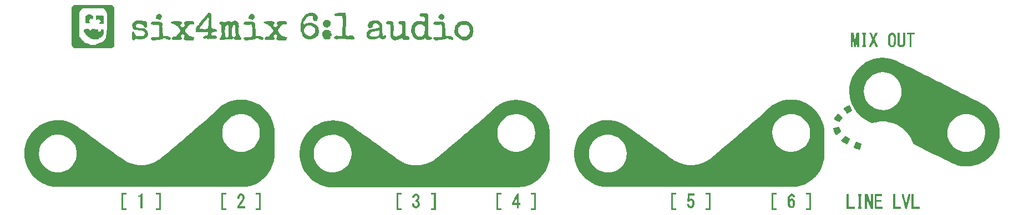
<source format=gbr>
%TF.GenerationSoftware,KiCad,Pcbnew,(6.0.4)*%
%TF.CreationDate,2022-05-24T13:19:39+01:00*%
%TF.ProjectId,1u-mixer,31752d6d-6978-4657-922e-6b696361645f,rev?*%
%TF.SameCoordinates,Original*%
%TF.FileFunction,Legend,Top*%
%TF.FilePolarity,Positive*%
%FSLAX46Y46*%
G04 Gerber Fmt 4.6, Leading zero omitted, Abs format (unit mm)*
G04 Created by KiCad (PCBNEW (6.0.4)) date 2022-05-24 13:19:39*
%MOMM*%
%LPD*%
G01*
G04 APERTURE LIST*
G04 APERTURE END LIST*
%TO.C,REF\u002A\u002A*%
G36*
X165753172Y-115527262D02*
G01*
X165244324Y-115527262D01*
X165244324Y-117605058D01*
X165753172Y-117605058D01*
X165753172Y-117859482D01*
X164989900Y-117859482D01*
X164989900Y-115272838D01*
X165753172Y-115272838D01*
X165753172Y-115527262D01*
G37*
G36*
X194036645Y-115612070D02*
G01*
X194026142Y-115730009D01*
X193991325Y-115778608D01*
X193973039Y-115781686D01*
X193950330Y-115792314D01*
X193933626Y-115831346D01*
X193922060Y-115909505D01*
X193914760Y-116037515D01*
X193910857Y-116226100D01*
X193909483Y-116485982D01*
X193909433Y-116566160D01*
X193910294Y-116846239D01*
X193913459Y-117052245D01*
X193919796Y-117194902D01*
X193930176Y-117284933D01*
X193945466Y-117333062D01*
X193966538Y-117350011D01*
X193973039Y-117350634D01*
X194017266Y-117378643D01*
X194035490Y-117471487D01*
X194036645Y-117520250D01*
X194036645Y-117689866D01*
X193485393Y-117689866D01*
X193485393Y-117520250D01*
X193494797Y-117414036D01*
X193518291Y-117354959D01*
X193527797Y-117350634D01*
X193543839Y-117309174D01*
X193556346Y-117188444D01*
X193565020Y-116993920D01*
X193569566Y-116731079D01*
X193570201Y-116566160D01*
X193567959Y-116269372D01*
X193561433Y-116038002D01*
X193550919Y-115877528D01*
X193536711Y-115793424D01*
X193527797Y-115781686D01*
X193501243Y-115744067D01*
X193486474Y-115650091D01*
X193485393Y-115612070D01*
X193485393Y-115442454D01*
X194036645Y-115442454D01*
X194036645Y-115612070D01*
G37*
G36*
X193447585Y-90763322D02*
G01*
X193655009Y-90763322D01*
X193655009Y-93010735D01*
X193358181Y-93010735D01*
X193353373Y-92385275D01*
X193348566Y-91759816D01*
X193241219Y-92385275D01*
X193133871Y-93010735D01*
X193016635Y-93010735D01*
X192953843Y-93005487D01*
X192914046Y-92977425D01*
X192886591Y-92908070D01*
X192860823Y-92778941D01*
X192851616Y-92724507D01*
X192818022Y-92527189D01*
X192778421Y-92300151D01*
X192746362Y-92120250D01*
X192688892Y-91802220D01*
X192684304Y-92406477D01*
X192679716Y-93010735D01*
X192382888Y-93010735D01*
X192382888Y-90763322D01*
X192798222Y-90763322D01*
X192844134Y-91028347D01*
X192874804Y-91210362D01*
X192910197Y-91427669D01*
X192941016Y-91622763D01*
X192967980Y-91771932D01*
X192994579Y-91877150D01*
X193016105Y-91920881D01*
X193020697Y-91919591D01*
X193038485Y-91866724D01*
X193064692Y-91748384D01*
X193095554Y-91583026D01*
X193122434Y-91420584D01*
X193160964Y-91172669D01*
X193190464Y-90996171D01*
X193216898Y-90879034D01*
X193246230Y-90809204D01*
X193284423Y-90774625D01*
X193337441Y-90763242D01*
X193411248Y-90763000D01*
X193447585Y-90763322D01*
G37*
G36*
X170968865Y-117859482D02*
G01*
X170205593Y-117859482D01*
X170205593Y-117605058D01*
X170714441Y-117605058D01*
X170714441Y-115527262D01*
X170205593Y-115527262D01*
X170205593Y-115272838D01*
X170968865Y-115272838D01*
X170968865Y-117859482D01*
G37*
G36*
X129031302Y-117859482D02*
G01*
X128268030Y-117859482D01*
X128268030Y-117732270D01*
X128271946Y-117659545D01*
X128297612Y-117621692D01*
X128365900Y-117607326D01*
X128497686Y-117605059D01*
X128501252Y-117605058D01*
X128734474Y-117605058D01*
X128734474Y-115527262D01*
X128501252Y-115527262D01*
X128367923Y-115525126D01*
X128298526Y-115511127D01*
X128272187Y-115473879D01*
X128268030Y-115401995D01*
X128268030Y-115272838D01*
X129031302Y-115272838D01*
X129031302Y-117859482D01*
G37*
G36*
X144296745Y-117859482D02*
G01*
X143533473Y-117859482D01*
X143533473Y-117605058D01*
X144042321Y-117605058D01*
X144042321Y-115527262D01*
X143533473Y-115527262D01*
X143533473Y-115272838D01*
X144296745Y-115272838D01*
X144296745Y-117859482D01*
G37*
G36*
X97058681Y-115527262D02*
G01*
X96549833Y-115527262D01*
X96549833Y-117605058D01*
X97058681Y-117605058D01*
X97058681Y-117859482D01*
X96295409Y-117859482D01*
X96295409Y-115272838D01*
X97058681Y-115272838D01*
X97058681Y-115527262D01*
G37*
G36*
X140828182Y-116510808D02*
G01*
X140957825Y-116247896D01*
X141035210Y-116097439D01*
X141167254Y-115844487D01*
X141267168Y-115656971D01*
X141341968Y-115525100D01*
X141398672Y-115439077D01*
X141444297Y-115389109D01*
X141485861Y-115365402D01*
X141530381Y-115358162D01*
X141565260Y-115357646D01*
X141710100Y-115357646D01*
X141710100Y-116799382D01*
X141837312Y-116799382D01*
X141922781Y-116807656D01*
X141957837Y-116849621D01*
X141964524Y-116947796D01*
X141957433Y-117047510D01*
X141921463Y-117088408D01*
X141837312Y-117096210D01*
X141710100Y-117096210D01*
X141710100Y-117605058D01*
X141413272Y-117605058D01*
X141413272Y-117096210D01*
X140650000Y-117096210D01*
X140650000Y-116966722D01*
X140670916Y-116877789D01*
X140701626Y-116799382D01*
X140987040Y-116799382D01*
X141413272Y-116799382D01*
X141413272Y-116430467D01*
X141409565Y-116270962D01*
X141399627Y-116155937D01*
X141385239Y-116101754D01*
X141377551Y-116101836D01*
X141342233Y-116155584D01*
X141278642Y-116264446D01*
X141198227Y-116408607D01*
X141164435Y-116470751D01*
X140987040Y-116799382D01*
X140701626Y-116799382D01*
X140731428Y-116723295D01*
X140828182Y-116510808D01*
G37*
G36*
X199125125Y-117393038D02*
G01*
X200015610Y-117393038D01*
X200015610Y-117689866D01*
X198828297Y-117689866D01*
X198828297Y-115442454D01*
X199125125Y-115442454D01*
X199125125Y-117393038D01*
G37*
G36*
X99501569Y-115396621D02*
G01*
X99667901Y-115503927D01*
X99788824Y-115665140D01*
X99850898Y-115865834D01*
X99856256Y-115951302D01*
X99842394Y-116101179D01*
X99797193Y-116252221D01*
X99713359Y-116418872D01*
X99583597Y-116615572D01*
X99400613Y-116856763D01*
X99395921Y-116862695D01*
X99276299Y-117016464D01*
X99179095Y-117146448D01*
X99114893Y-117238148D01*
X99094074Y-117276134D01*
X99133402Y-117289926D01*
X99239110Y-117300749D01*
X99392784Y-117307136D01*
X99496912Y-117308230D01*
X99899750Y-117308230D01*
X99899750Y-117605058D01*
X98712438Y-117605058D01*
X98712438Y-117462085D01*
X98742390Y-117336800D01*
X98830610Y-117156386D01*
X98974641Y-116924918D01*
X99172027Y-116646472D01*
X99324963Y-116445824D01*
X99428412Y-116305913D01*
X99486974Y-116200266D01*
X99512805Y-116100386D01*
X99518114Y-115993009D01*
X99494659Y-115821464D01*
X99430836Y-115704557D01*
X99336455Y-115651473D01*
X99221327Y-115671400D01*
X99192136Y-115687789D01*
X99133158Y-115761349D01*
X99082546Y-115883374D01*
X99053951Y-116017684D01*
X99051670Y-116060073D01*
X99040075Y-116129997D01*
X98988771Y-116158603D01*
X98903256Y-116163322D01*
X98805506Y-116157339D01*
X98764114Y-116122445D01*
X98754936Y-116033222D01*
X98754842Y-116007094D01*
X98788240Y-115797720D01*
X98879166Y-115612010D01*
X99013715Y-115466430D01*
X99177985Y-115377445D01*
X99303263Y-115357646D01*
X99501569Y-115396621D01*
G37*
G36*
X194715109Y-90913067D02*
G01*
X194696891Y-91033316D01*
X194651503Y-91087220D01*
X194628569Y-91107969D01*
X194611731Y-91157400D01*
X194600116Y-91246532D01*
X194592855Y-91386384D01*
X194589074Y-91587977D01*
X194587904Y-91862330D01*
X194587897Y-91891565D01*
X194588765Y-92170736D01*
X194591956Y-92375863D01*
X194598344Y-92517699D01*
X194608808Y-92606994D01*
X194624225Y-92654502D01*
X194645470Y-92670973D01*
X194651503Y-92671502D01*
X194695730Y-92699511D01*
X194713954Y-92792355D01*
X194715109Y-92841118D01*
X194715109Y-93010735D01*
X194446550Y-93010735D01*
X194302604Y-93006575D01*
X194194635Y-92995737D01*
X194149722Y-92982465D01*
X194130318Y-92924272D01*
X194121502Y-92821245D01*
X194121453Y-92812849D01*
X194136712Y-92705911D01*
X194184588Y-92671504D01*
X194185059Y-92671502D01*
X194207826Y-92660852D01*
X194224554Y-92621734D01*
X194236122Y-92543394D01*
X194243404Y-92415083D01*
X194247278Y-92226047D01*
X194248621Y-91965536D01*
X194248665Y-91891565D01*
X194247690Y-91609976D01*
X194244186Y-91402159D01*
X194237280Y-91257095D01*
X194226102Y-91163764D01*
X194209780Y-91111146D01*
X194187443Y-91088222D01*
X194185059Y-91087220D01*
X194136951Y-91025871D01*
X194121453Y-90913067D01*
X194121453Y-90763322D01*
X194715109Y-90763322D01*
X194715109Y-90913067D01*
G37*
G36*
X77974672Y-88137186D02*
G01*
X78136563Y-88146837D01*
X78239049Y-88164599D01*
X78294745Y-88191843D01*
X78297937Y-88194851D01*
X78324992Y-88244176D01*
X78343219Y-88336666D01*
X78353882Y-88484758D01*
X78358243Y-88700890D01*
X78358514Y-88791536D01*
X78356963Y-89040369D01*
X78346998Y-89216831D01*
X78320654Y-89333357D01*
X78269966Y-89402382D01*
X78186968Y-89436342D01*
X78063694Y-89447671D01*
X77937503Y-89448798D01*
X77780554Y-89446554D01*
X77690315Y-89436420D01*
X77648737Y-89413290D01*
X77637767Y-89372059D01*
X77637646Y-89363990D01*
X77664160Y-89294923D01*
X77701252Y-89279182D01*
X77757470Y-89245239D01*
X77764858Y-89215576D01*
X77798801Y-89159358D01*
X77828464Y-89151970D01*
X77878962Y-89114043D01*
X77892070Y-89024758D01*
X77873107Y-88923764D01*
X77828464Y-88897546D01*
X77772034Y-88874649D01*
X77764858Y-88855142D01*
X77730513Y-88817522D01*
X77701252Y-88812738D01*
X77645034Y-88778795D01*
X77637646Y-88749132D01*
X77602161Y-88697360D01*
X77551507Y-88685526D01*
X77469969Y-88713157D01*
X77440961Y-88749132D01*
X77380307Y-88797167D01*
X77272675Y-88812738D01*
X77128798Y-88812738D01*
X77130147Y-88547713D01*
X77134503Y-88385942D01*
X77154277Y-88273018D01*
X77202418Y-88200174D01*
X77291871Y-88158644D01*
X77435586Y-88139662D01*
X77646508Y-88134461D01*
X77740759Y-88134274D01*
X77974672Y-88137186D01*
G37*
G36*
X190630360Y-105196758D02*
G01*
X190644252Y-105241545D01*
X190644358Y-105249128D01*
X190661877Y-105326486D01*
X190707758Y-105452188D01*
X190771570Y-105597931D01*
X190834483Y-105732830D01*
X190879953Y-105833975D01*
X190898678Y-105880639D01*
X190898748Y-105881269D01*
X190866919Y-105909321D01*
X190782830Y-105973775D01*
X190663573Y-106062228D01*
X190526245Y-106162275D01*
X190387938Y-106261511D01*
X190265748Y-106347531D01*
X190176768Y-106407931D01*
X190149434Y-106425018D01*
X190100358Y-106407034D01*
X190027370Y-106318936D01*
X189968182Y-106223641D01*
X189882164Y-106056776D01*
X189799998Y-105869122D01*
X189730943Y-105685154D01*
X189684262Y-105529347D01*
X189669032Y-105433071D01*
X189689336Y-105388556D01*
X189759595Y-105349455D01*
X189893833Y-105309222D01*
X189976461Y-105289545D01*
X190158556Y-105250331D01*
X190335632Y-105215848D01*
X190464107Y-105194373D01*
X190577660Y-105183266D01*
X190630360Y-105196758D01*
G37*
G36*
X105455784Y-89021348D02*
G01*
X105616449Y-89045465D01*
X105801701Y-89050164D01*
X105879824Y-89044823D01*
X106023487Y-89034631D01*
X106117063Y-89047901D01*
X106193653Y-89091608D01*
X106225072Y-89117544D01*
X106303673Y-89205927D01*
X106321912Y-89301186D01*
X106316244Y-89349465D01*
X106287349Y-89443695D01*
X106222691Y-89493689D01*
X106139503Y-89517225D01*
X106019853Y-89537616D01*
X105929310Y-89543228D01*
X105921119Y-89542469D01*
X105730322Y-89556581D01*
X105537379Y-89642209D01*
X105440497Y-89715504D01*
X105349819Y-89804980D01*
X105293809Y-89877205D01*
X105285059Y-89900359D01*
X105258309Y-89954647D01*
X105189037Y-90047333D01*
X105115443Y-90132485D01*
X104996708Y-90296828D01*
X104949631Y-90457926D01*
X104976026Y-90623171D01*
X105077706Y-90799957D01*
X105256485Y-90995676D01*
X105347532Y-91078765D01*
X105489207Y-91198192D01*
X105597380Y-91271788D01*
X105698866Y-91313336D01*
X105820481Y-91336621D01*
X105858330Y-91341340D01*
X106031364Y-91374949D01*
X106145264Y-91425396D01*
X106166596Y-91444608D01*
X106244956Y-91494690D01*
X106298389Y-91493729D01*
X106342758Y-91484878D01*
X106320926Y-91524303D01*
X106316515Y-91529794D01*
X106280834Y-91610464D01*
X106255822Y-91731947D01*
X106252909Y-91760354D01*
X106234205Y-91874469D01*
X106194858Y-91925771D01*
X106154341Y-91935526D01*
X106062778Y-91946500D01*
X106027129Y-91954058D01*
X105970122Y-91959149D01*
X105846721Y-91963712D01*
X105675341Y-91967236D01*
X105482941Y-91969167D01*
X105236196Y-91966844D01*
X105066839Y-91956378D01*
X104967778Y-91937114D01*
X104937097Y-91918831D01*
X104867949Y-91871334D01*
X104839817Y-91865826D01*
X104770196Y-91836131D01*
X104733822Y-91802239D01*
X104709718Y-91750688D01*
X104715090Y-91673181D01*
X104752787Y-91548465D01*
X104776559Y-91483258D01*
X104872070Y-91227864D01*
X104713094Y-91073469D01*
X104614864Y-90985589D01*
X104556030Y-90955789D01*
X104521826Y-90976893D01*
X104520179Y-90979721D01*
X104469625Y-91050265D01*
X104389931Y-91144119D01*
X104376801Y-91158454D01*
X104306268Y-91238491D01*
X104269073Y-91288366D01*
X104267362Y-91293133D01*
X104286878Y-91336535D01*
X104335717Y-91425115D01*
X104356646Y-91461050D01*
X104417049Y-91612187D01*
X104411920Y-91737892D01*
X104343379Y-91823938D01*
X104299629Y-91843765D01*
X104222382Y-91856723D01*
X104079658Y-91870386D01*
X103890758Y-91883250D01*
X103674984Y-91893810D01*
X103640422Y-91895143D01*
X103401212Y-91902361D01*
X103230903Y-91902575D01*
X103113794Y-91894667D01*
X103034181Y-91877517D01*
X102976363Y-91850006D01*
X102972559Y-91847553D01*
X102885717Y-91753392D01*
X102880534Y-91642018D01*
X102957017Y-91519142D01*
X102972113Y-91503465D01*
X103101850Y-91419125D01*
X103237138Y-91398803D01*
X103409664Y-91388064D01*
X103528156Y-91347103D01*
X103622075Y-91260545D01*
X103690459Y-91162249D01*
X103783065Y-91039654D01*
X103883090Y-90941992D01*
X103927791Y-90911912D01*
X104033199Y-90827255D01*
X104132218Y-90699964D01*
X104203092Y-90562825D01*
X104224958Y-90464070D01*
X104196260Y-90373726D01*
X104140150Y-90296878D01*
X104077869Y-90220645D01*
X104055342Y-90168881D01*
X104024463Y-90109163D01*
X103943073Y-90013473D01*
X103828042Y-89897338D01*
X103696240Y-89776285D01*
X103564538Y-89665842D01*
X103449806Y-89581535D01*
X103371807Y-89539767D01*
X103236477Y-89497775D01*
X103079399Y-89450597D01*
X103042005Y-89439614D01*
X102880849Y-89371404D01*
X102788989Y-89285048D01*
X102772376Y-89188246D01*
X102801174Y-89128122D01*
X102829032Y-89098124D01*
X102870478Y-89076447D01*
X102938298Y-89061764D01*
X103045277Y-89052746D01*
X103204201Y-89048067D01*
X103427855Y-89046398D01*
X103589194Y-89046285D01*
X103855522Y-89047077D01*
X104049825Y-89050069D01*
X104184882Y-89056596D01*
X104273473Y-89067993D01*
X104328377Y-89085596D01*
X104362372Y-89110740D01*
X104377028Y-89128596D01*
X104427810Y-89222234D01*
X104421369Y-89308031D01*
X104353651Y-89413491D01*
X104330969Y-89441065D01*
X104248903Y-89559397D01*
X104235117Y-89656424D01*
X104291222Y-89757578D01*
X104355432Y-89827172D01*
X104476773Y-89925636D01*
X104580793Y-89948170D01*
X104685917Y-89893918D01*
X104771818Y-89807757D01*
X104867899Y-89682204D01*
X104898745Y-89590804D01*
X104867727Y-89517854D01*
X104839817Y-89491202D01*
X104788155Y-89400545D01*
X104780918Y-89278383D01*
X104817890Y-89165320D01*
X104841725Y-89134917D01*
X104974094Y-89053054D01*
X105154372Y-89007287D01*
X105351259Y-89003406D01*
X105455784Y-89021348D01*
G37*
G36*
X182723467Y-116651119D02*
G01*
X182724080Y-116307212D01*
X182762037Y-116027509D01*
X182840741Y-115798489D01*
X182963596Y-115606634D01*
X182995946Y-115569112D01*
X183166025Y-115428421D01*
X183346571Y-115366990D01*
X183529561Y-115387270D01*
X183557153Y-115397688D01*
X183662249Y-115475422D01*
X183762021Y-115603137D01*
X183834904Y-115747577D01*
X183859683Y-115864226D01*
X183848719Y-115924082D01*
X183800000Y-115946186D01*
X183700668Y-115943261D01*
X183589766Y-115923144D01*
X183539140Y-115877711D01*
X183528506Y-115837771D01*
X183481483Y-115725054D01*
X183393023Y-115669322D01*
X183314558Y-115673732D01*
X183235209Y-115736122D01*
X183157410Y-115859954D01*
X183093598Y-116022563D01*
X183068671Y-116121805D01*
X183041697Y-116256674D01*
X183172958Y-116188796D01*
X183318971Y-116131501D01*
X183444648Y-116134902D01*
X183586862Y-116200565D01*
X183597210Y-116206813D01*
X183731469Y-116328507D01*
X183816612Y-116504155D01*
X183855988Y-116742130D01*
X183859683Y-116863316D01*
X183836737Y-117109249D01*
X183771957Y-117314065D01*
X183671434Y-117461816D01*
X183614006Y-117506749D01*
X183422928Y-117577528D01*
X183222783Y-117575621D01*
X183096638Y-117532273D01*
X182950299Y-117426388D01*
X182843503Y-117273134D01*
X182772078Y-117062656D01*
X182736711Y-116818650D01*
X183056540Y-116818650D01*
X183073674Y-116982250D01*
X183122448Y-117131930D01*
X183197727Y-117246522D01*
X183294377Y-117304858D01*
X183325418Y-117308230D01*
X183429233Y-117279761D01*
X183483456Y-117238107D01*
X183519807Y-117144528D01*
X183538978Y-116977408D01*
X183541653Y-116862988D01*
X183531009Y-116653759D01*
X183495764Y-116516702D01*
X183430948Y-116441483D01*
X183331593Y-116417770D01*
X183327518Y-116417746D01*
X183230591Y-116451477D01*
X183137725Y-116534357D01*
X183076179Y-116662296D01*
X183056540Y-116818650D01*
X182736711Y-116818650D01*
X182731847Y-116785095D01*
X182723467Y-116651119D01*
G37*
G36*
X202093406Y-91060150D02*
G01*
X201626962Y-91060150D01*
X201626962Y-93010735D01*
X201330134Y-93010735D01*
X201330134Y-91060150D01*
X200906094Y-91060150D01*
X200906094Y-90763322D01*
X202093406Y-90763322D01*
X202093406Y-91060150D01*
G37*
G36*
X195358516Y-90771610D02*
G01*
X195443406Y-90780609D01*
X195501943Y-90802983D01*
X195548816Y-90855007D01*
X195598719Y-90952954D01*
X195665967Y-91112193D01*
X195730663Y-91265053D01*
X195784401Y-91385635D01*
X195818223Y-91454053D01*
X195823483Y-91461791D01*
X195847552Y-91435136D01*
X195893937Y-91345446D01*
X195954680Y-91208907D01*
X195989798Y-91123521D01*
X196134184Y-90763322D01*
X196293929Y-90763322D01*
X196396484Y-90769096D01*
X196450981Y-90783420D01*
X196453673Y-90787914D01*
X196437843Y-90833969D01*
X196394544Y-90942474D01*
X196330059Y-91098078D01*
X196250673Y-91285429D01*
X196235509Y-91320821D01*
X196017344Y-91829137D01*
X196257636Y-92388133D01*
X196343407Y-92590087D01*
X196415521Y-92764503D01*
X196467981Y-92896514D01*
X196494788Y-92971251D01*
X196497002Y-92981491D01*
X196459217Y-93000611D01*
X196366935Y-93004397D01*
X196341313Y-93002693D01*
X196269770Y-92993581D01*
X196216712Y-92970828D01*
X196170388Y-92919700D01*
X196119049Y-92825466D01*
X196050946Y-92673390D01*
X196018412Y-92597803D01*
X195945227Y-92435751D01*
X195881615Y-92310354D01*
X195835906Y-92237189D01*
X195819169Y-92225299D01*
X195790427Y-92270384D01*
X195738369Y-92376060D01*
X195671570Y-92524336D01*
X195627411Y-92627629D01*
X195466759Y-93010735D01*
X195298417Y-93010735D01*
X195185423Y-93001268D01*
X195148358Y-92971210D01*
X195151039Y-92957730D01*
X195175199Y-92901183D01*
X195226875Y-92782971D01*
X195299116Y-92618915D01*
X195384968Y-92424836D01*
X195410394Y-92367506D01*
X195648785Y-91830288D01*
X195417718Y-91294491D01*
X195186651Y-90758695D01*
X195358516Y-90771610D01*
G37*
G36*
X195165468Y-116144282D02*
G01*
X195414775Y-116846111D01*
X195426401Y-116144282D01*
X195438027Y-115442454D01*
X195775209Y-115442454D01*
X195775209Y-117689866D01*
X195403280Y-117689866D01*
X194889538Y-116269332D01*
X194887132Y-116979599D01*
X194884725Y-117689866D01*
X194545493Y-117689866D01*
X194545493Y-115442454D01*
X194916161Y-115442454D01*
X195165468Y-116144282D01*
G37*
G36*
X201966194Y-117393038D02*
G01*
X202856678Y-117393038D01*
X202856678Y-117689866D01*
X201626962Y-117689866D01*
X201626962Y-115442454D01*
X201966194Y-115442454D01*
X201966194Y-117393038D01*
G37*
G36*
X73399075Y-88824919D02*
G01*
X73400161Y-88421829D01*
X73401906Y-88084185D01*
X73404485Y-87805533D01*
X73408074Y-87579418D01*
X73412850Y-87399386D01*
X73418988Y-87258984D01*
X73426663Y-87151757D01*
X73436053Y-87071252D01*
X73447331Y-87011014D01*
X73460675Y-86964589D01*
X73476261Y-86925523D01*
X73478044Y-86921565D01*
X73562715Y-86785452D01*
X73673317Y-86666622D01*
X73699733Y-86645938D01*
X73842488Y-86544124D01*
X76712250Y-86544124D01*
X77275306Y-86544171D01*
X77759752Y-86544435D01*
X78171786Y-86545096D01*
X78517608Y-86546336D01*
X78803414Y-86548336D01*
X79035403Y-86551279D01*
X79219773Y-86555344D01*
X79362723Y-86560714D01*
X79470451Y-86567570D01*
X79549154Y-86576094D01*
X79605032Y-86586467D01*
X79644281Y-86598870D01*
X79673102Y-86613484D01*
X79697691Y-86630492D01*
X79699112Y-86631552D01*
X79812328Y-86732551D01*
X79903641Y-86836080D01*
X79920713Y-86860493D01*
X79935405Y-86888760D01*
X79947895Y-86927046D01*
X79958361Y-86981515D01*
X79966983Y-87058334D01*
X79973939Y-87163666D01*
X79979408Y-87303677D01*
X79983569Y-87484532D01*
X79986600Y-87712396D01*
X79988681Y-87993433D01*
X79989989Y-88333809D01*
X79990704Y-88739689D01*
X79991004Y-89217238D01*
X79991068Y-89772620D01*
X79991069Y-89851636D01*
X79991028Y-90417609D01*
X79990783Y-90904943D01*
X79990154Y-91319808D01*
X79988960Y-91668374D01*
X79987018Y-91956810D01*
X79984148Y-92191286D01*
X79980168Y-92377972D01*
X79974897Y-92523036D01*
X79968153Y-92632649D01*
X79959756Y-92712980D01*
X79949524Y-92770199D01*
X79937275Y-92810475D01*
X79922828Y-92839978D01*
X79906002Y-92864877D01*
X79902362Y-92869812D01*
X79804526Y-92976723D01*
X79684829Y-93077026D01*
X79673470Y-93084942D01*
X79533285Y-93180351D01*
X73876231Y-93180351D01*
X73732148Y-93084599D01*
X73623757Y-92986099D01*
X73522277Y-92852148D01*
X73492655Y-92799988D01*
X73397246Y-92611129D01*
X73398177Y-89853252D01*
X73398358Y-89515433D01*
X74584558Y-89515433D01*
X74584937Y-89970606D01*
X74586228Y-90348125D01*
X74588656Y-90655140D01*
X74592448Y-90898802D01*
X74597833Y-91086261D01*
X74605035Y-91224669D01*
X74614284Y-91321174D01*
X74625805Y-91382930D01*
X74639826Y-91417085D01*
X74645135Y-91423613D01*
X74716083Y-91474128D01*
X74751145Y-91484190D01*
X74793117Y-91517724D01*
X74796578Y-91538435D01*
X74827893Y-91603020D01*
X74881386Y-91653806D01*
X74948135Y-91739119D01*
X74966194Y-91811581D01*
X74989643Y-91889220D01*
X75054327Y-91908230D01*
X75126952Y-91936724D01*
X75228149Y-92008284D01*
X75334799Y-92102032D01*
X75423786Y-92197088D01*
X75471989Y-92272571D01*
X75475042Y-92288211D01*
X75509361Y-92327290D01*
X75538648Y-92332270D01*
X75595078Y-92355167D01*
X75602254Y-92374674D01*
X75639530Y-92402702D01*
X75731191Y-92416712D01*
X75750668Y-92417078D01*
X75848765Y-92427729D01*
X75897800Y-92453917D01*
X75899082Y-92459482D01*
X75936359Y-92487510D01*
X76028019Y-92501520D01*
X76047496Y-92501886D01*
X76157266Y-92515679D01*
X76195642Y-92559699D01*
X76195910Y-92565492D01*
X76208724Y-92593022D01*
X76255847Y-92611503D01*
X76350301Y-92622577D01*
X76505108Y-92627888D01*
X76700221Y-92629098D01*
X76922347Y-92627186D01*
X77073155Y-92620371D01*
X77166074Y-92607038D01*
X77214531Y-92585572D01*
X77228941Y-92565492D01*
X77286461Y-92513113D01*
X77339487Y-92501886D01*
X77409112Y-92484375D01*
X77425626Y-92459482D01*
X77461915Y-92427606D01*
X77531636Y-92417078D01*
X77611327Y-92402563D01*
X77637646Y-92374674D01*
X77675265Y-92348121D01*
X77769241Y-92333352D01*
X77807262Y-92332270D01*
X77925202Y-92321767D01*
X77973800Y-92286951D01*
X77976878Y-92268664D01*
X78012521Y-92216934D01*
X78064715Y-92205058D01*
X78164844Y-92176219D01*
X78245810Y-92108110D01*
X78273706Y-92038471D01*
X78306284Y-91994902D01*
X78319139Y-91993038D01*
X78397626Y-91957553D01*
X78463043Y-91875226D01*
X78485726Y-91794247D01*
X78518888Y-91712065D01*
X78570534Y-91663647D01*
X78619921Y-91616859D01*
X78645887Y-91539795D01*
X78654947Y-91408874D01*
X78655342Y-91356619D01*
X78660240Y-91209005D01*
X78677597Y-91129802D01*
X78711413Y-91103038D01*
X78718948Y-91102554D01*
X78750748Y-91087166D01*
X78770211Y-91031152D01*
X78779943Y-90919736D01*
X78782554Y-90742120D01*
X78787244Y-90566590D01*
X78800142Y-90442288D01*
X78819493Y-90384140D01*
X78824958Y-90381686D01*
X78838196Y-90339755D01*
X78849078Y-90215791D01*
X78857512Y-90012539D01*
X78863411Y-89732744D01*
X78866683Y-89379150D01*
X78867362Y-89088364D01*
X78865988Y-88684612D01*
X78861923Y-88352731D01*
X78855259Y-88095467D01*
X78846086Y-87915564D01*
X78834492Y-87815767D01*
X78824958Y-87795042D01*
X78792575Y-87758897D01*
X78782554Y-87693568D01*
X78758870Y-87605629D01*
X78718948Y-87567687D01*
X78662552Y-87511819D01*
X78655342Y-87479776D01*
X78628253Y-87414790D01*
X78558687Y-87316082D01*
X78498072Y-87245223D01*
X78340802Y-87074174D01*
X76717104Y-87074174D01*
X76255338Y-87075272D01*
X75867722Y-87078533D01*
X75556245Y-87083904D01*
X75322896Y-87091334D01*
X75169663Y-87100770D01*
X75098535Y-87112161D01*
X75093406Y-87116578D01*
X75059060Y-87154198D01*
X75029800Y-87158982D01*
X74973478Y-87188096D01*
X74966194Y-87213227D01*
X74934879Y-87277811D01*
X74881386Y-87328598D01*
X74815701Y-87395971D01*
X74796578Y-87443969D01*
X74762439Y-87492001D01*
X74732972Y-87498214D01*
X74681171Y-87533566D01*
X74669366Y-87583022D01*
X74651608Y-87651927D01*
X74626962Y-87667830D01*
X74615540Y-87709950D01*
X74605845Y-87835207D01*
X74597917Y-88041949D01*
X74591792Y-88328521D01*
X74587508Y-88693270D01*
X74585104Y-89134543D01*
X74584558Y-89515433D01*
X73398358Y-89515433D01*
X73398473Y-89299909D01*
X73399075Y-88824919D01*
G37*
G36*
X200399200Y-105505415D02*
G01*
X199912861Y-105149212D01*
X199386263Y-104853613D01*
X198826434Y-104622975D01*
X198240402Y-104461655D01*
X197635195Y-104374009D01*
X197017843Y-104364394D01*
X196844083Y-104376250D01*
X196520693Y-104413176D01*
X196212356Y-104464759D01*
X195943602Y-104526308D01*
X195765796Y-104582500D01*
X195705541Y-104597265D01*
X195634464Y-104592466D01*
X195536209Y-104563310D01*
X195394427Y-104505001D01*
X195202688Y-104417381D01*
X194597522Y-104090781D01*
X194051483Y-103705069D01*
X193567094Y-103263378D01*
X193146874Y-102768845D01*
X192793346Y-102224604D01*
X192509031Y-101633790D01*
X192296450Y-100999539D01*
X192228875Y-100719616D01*
X192186517Y-100447631D01*
X192160391Y-100119398D01*
X192150527Y-99761916D01*
X192151234Y-99722338D01*
X194355600Y-99722338D01*
X194397233Y-100190834D01*
X194512412Y-100647898D01*
X194698443Y-101082059D01*
X194952629Y-101481845D01*
X195201970Y-101767947D01*
X195574903Y-102082733D01*
X195989390Y-102327566D01*
X196435505Y-102499707D01*
X196903326Y-102596418D01*
X197382929Y-102614960D01*
X197864391Y-102552595D01*
X197962115Y-102529646D01*
X198415387Y-102373634D01*
X198824360Y-102151243D01*
X199185167Y-101870645D01*
X199493936Y-101540011D01*
X199746799Y-101167514D01*
X199939886Y-100761327D01*
X200069329Y-100329619D01*
X200131257Y-99880565D01*
X200121802Y-99422336D01*
X200037093Y-98963104D01*
X199873263Y-98511040D01*
X199869118Y-98502053D01*
X199629713Y-98082151D01*
X199329585Y-97715299D01*
X198977443Y-97405852D01*
X198581994Y-97158161D01*
X198151947Y-96976578D01*
X197696010Y-96865455D01*
X197222892Y-96829145D01*
X196741302Y-96871999D01*
X196644491Y-96890504D01*
X196204061Y-97024512D01*
X195787652Y-97233056D01*
X195405541Y-97506981D01*
X195068005Y-97837136D01*
X194785322Y-98214367D01*
X194567769Y-98629523D01*
X194503758Y-98796935D01*
X194390210Y-99253881D01*
X194355600Y-99722338D01*
X192151234Y-99722338D01*
X192156956Y-99402183D01*
X192179710Y-99067198D01*
X192218819Y-98783960D01*
X192226602Y-98745223D01*
X192403244Y-98096841D01*
X192648819Y-97496740D01*
X192965499Y-96940902D01*
X193355456Y-96425306D01*
X193652895Y-96106227D01*
X194155187Y-95663730D01*
X194692034Y-95298447D01*
X195261842Y-95011040D01*
X195863019Y-94802168D01*
X196493973Y-94672490D01*
X197153111Y-94622668D01*
X197234096Y-94622087D01*
X197858078Y-94653447D01*
X198434843Y-94749069D01*
X198975091Y-94911267D01*
X199377761Y-95085357D01*
X199676098Y-95232733D01*
X200027997Y-95407213D01*
X200428817Y-95606463D01*
X200873915Y-95828151D01*
X201358650Y-96069944D01*
X201878382Y-96329510D01*
X202428469Y-96604516D01*
X203004269Y-96892629D01*
X203601142Y-97191517D01*
X204214445Y-97498847D01*
X204839538Y-97812285D01*
X205471780Y-98129501D01*
X206106528Y-98448160D01*
X206739142Y-98765931D01*
X207364980Y-99080480D01*
X207979402Y-99389475D01*
X208577765Y-99690583D01*
X209155428Y-99981472D01*
X209707750Y-100259808D01*
X210230090Y-100523260D01*
X210717807Y-100769495D01*
X211166259Y-100996179D01*
X211570804Y-101200981D01*
X211926802Y-101381567D01*
X212229611Y-101535605D01*
X212474589Y-101660762D01*
X212657096Y-101754706D01*
X212772491Y-101815103D01*
X212814873Y-101838676D01*
X213343425Y-102245753D01*
X213808982Y-102705495D01*
X214208512Y-103212253D01*
X214538981Y-103760381D01*
X214797354Y-104344232D01*
X214980598Y-104958160D01*
X215085680Y-105596516D01*
X215111436Y-106113573D01*
X215070194Y-106767965D01*
X214948412Y-107401859D01*
X214749007Y-108009834D01*
X214474896Y-108586471D01*
X214128996Y-109126349D01*
X213714224Y-109624049D01*
X213233496Y-110074151D01*
X212808326Y-110392973D01*
X212575231Y-110533781D01*
X212287636Y-110681383D01*
X211973611Y-110823227D01*
X211661227Y-110946762D01*
X211378556Y-111039434D01*
X211337479Y-111050686D01*
X210719387Y-111179582D01*
X210118294Y-111232262D01*
X209516856Y-111210054D01*
X209408097Y-111198309D01*
X209260872Y-111180260D01*
X209124949Y-111161146D01*
X208994573Y-111138529D01*
X208863989Y-111109971D01*
X208727443Y-111073035D01*
X208579180Y-111025283D01*
X208413445Y-110964280D01*
X208224483Y-110887586D01*
X208006540Y-110792764D01*
X207753862Y-110677378D01*
X207460692Y-110538989D01*
X207121278Y-110375161D01*
X206729863Y-110183456D01*
X206280693Y-109961436D01*
X205768014Y-109706665D01*
X205186070Y-109416704D01*
X205097871Y-109372728D01*
X201932554Y-107794432D01*
X201801391Y-107449135D01*
X201546374Y-106894082D01*
X201222984Y-106382206D01*
X201136742Y-106278119D01*
X207124660Y-106278119D01*
X207147841Y-106582504D01*
X207193947Y-106834441D01*
X207358436Y-107294454D01*
X207594017Y-107715424D01*
X207893274Y-108089945D01*
X208248794Y-108410614D01*
X208653160Y-108670024D01*
X209098958Y-108860773D01*
X209275486Y-108913139D01*
X209617789Y-108974331D01*
X209997517Y-108994651D01*
X210377755Y-108974047D01*
X210711323Y-108915127D01*
X211150942Y-108763505D01*
X211563501Y-108544626D01*
X211933146Y-108268834D01*
X212244019Y-107946476D01*
X212293796Y-107882596D01*
X212545050Y-107503609D01*
X212721853Y-107126555D01*
X212831045Y-106730920D01*
X212879462Y-106296185D01*
X212883348Y-106113573D01*
X212856559Y-105658260D01*
X212771634Y-105249964D01*
X212621737Y-104868170D01*
X212400028Y-104492360D01*
X212293796Y-104344549D01*
X211982474Y-103999442D01*
X211614934Y-103711552D01*
X211201982Y-103486133D01*
X210754423Y-103328439D01*
X210283064Y-103243725D01*
X210001753Y-103230100D01*
X209511726Y-103270592D01*
X209047106Y-103388403D01*
X208615019Y-103578042D01*
X208222590Y-103834013D01*
X207876944Y-104150825D01*
X207585207Y-104522982D01*
X207354503Y-104944992D01*
X207196854Y-105392704D01*
X207149232Y-105650793D01*
X207125145Y-105956740D01*
X207124660Y-106278119D01*
X201136742Y-106278119D01*
X200838250Y-105917865D01*
X200399200Y-105505415D01*
G37*
G36*
X129474720Y-89092931D02*
G01*
X129758481Y-89098304D01*
X129970887Y-89111507D01*
X130125259Y-89135615D01*
X130234917Y-89173707D01*
X130313180Y-89228859D01*
X130370593Y-89299873D01*
X130416537Y-89412351D01*
X130439000Y-89553075D01*
X130436207Y-89688382D01*
X130406382Y-89784610D01*
X130396780Y-89796443D01*
X130378900Y-89858215D01*
X130422800Y-89950886D01*
X130453611Y-90014411D01*
X130474728Y-90104702D01*
X130487855Y-90237170D01*
X130494694Y-90427231D01*
X130496737Y-90620127D01*
X130501891Y-90896286D01*
X130514726Y-91091447D01*
X130535551Y-91209098D01*
X130552074Y-91244013D01*
X130599693Y-91277326D01*
X130683433Y-91292061D01*
X130822446Y-91290331D01*
X130915968Y-91284157D01*
X131083217Y-91274501D01*
X131200055Y-91280989D01*
X131300378Y-91310572D01*
X131418082Y-91370201D01*
X131464888Y-91396725D01*
X131598342Y-91479091D01*
X131671104Y-91544222D01*
X131699769Y-91609808D01*
X131702755Y-91650346D01*
X131672019Y-91767892D01*
X131616410Y-91846015D01*
X131544150Y-91895835D01*
X131466774Y-91897385D01*
X131390778Y-91873789D01*
X131276040Y-91839097D01*
X131187273Y-91823490D01*
X131183549Y-91823422D01*
X131109010Y-91797557D01*
X131009764Y-91733473D01*
X130985927Y-91714305D01*
X130920387Y-91662585D01*
X130861554Y-91634564D01*
X130791350Y-91631831D01*
X130691698Y-91655974D01*
X130544521Y-91708581D01*
X130395992Y-91766141D01*
X130175011Y-91836331D01*
X129973277Y-91860342D01*
X129886375Y-91858813D01*
X129657223Y-91869354D01*
X129496978Y-91914906D01*
X129307929Y-91982322D01*
X129127153Y-92012407D01*
X128983414Y-92000879D01*
X128964238Y-91994274D01*
X128869664Y-91931726D01*
X128770403Y-91830920D01*
X128689627Y-91719799D01*
X128650511Y-91626306D01*
X128649666Y-91614955D01*
X128673068Y-91549009D01*
X128748741Y-91501215D01*
X128884887Y-91469562D01*
X129089708Y-91452042D01*
X129336405Y-91446708D01*
X129536156Y-91443887D01*
X129708379Y-91437566D01*
X129833127Y-91428720D01*
X129887554Y-91419717D01*
X129925366Y-91387693D01*
X129953541Y-91318685D01*
X129972849Y-91203916D01*
X129984065Y-91034607D01*
X129987959Y-90801982D01*
X129985304Y-90497262D01*
X129982354Y-90342462D01*
X129975393Y-90054443D01*
X129964953Y-89841292D01*
X129945689Y-89693086D01*
X129912260Y-89599907D01*
X129859323Y-89551832D01*
X129781534Y-89538942D01*
X129673551Y-89551315D01*
X129567235Y-89571664D01*
X129363436Y-89597180D01*
X129144077Y-89600643D01*
X128937964Y-89583585D01*
X128773904Y-89547539D01*
X128723873Y-89526799D01*
X128658990Y-89452317D01*
X128649477Y-89345660D01*
X128692083Y-89235935D01*
X128764453Y-89163548D01*
X128823497Y-89132845D01*
X128900722Y-89111927D01*
X129011667Y-89099251D01*
X129171871Y-89093271D01*
X129396873Y-89092442D01*
X129474720Y-89092931D01*
G37*
G36*
X91292846Y-89021348D02*
G01*
X91453511Y-89045465D01*
X91638762Y-89050164D01*
X91716886Y-89044823D01*
X91860549Y-89034631D01*
X91954124Y-89047901D01*
X92030715Y-89091608D01*
X92062133Y-89117544D01*
X92140734Y-89205927D01*
X92158974Y-89301186D01*
X92153306Y-89349465D01*
X92124410Y-89443695D01*
X92059752Y-89493689D01*
X91976565Y-89517225D01*
X91856915Y-89537616D01*
X91766372Y-89543228D01*
X91758181Y-89542469D01*
X91567383Y-89556581D01*
X91374440Y-89642209D01*
X91277559Y-89715504D01*
X91186881Y-89804980D01*
X91130871Y-89877205D01*
X91122120Y-89900359D01*
X91095371Y-89954647D01*
X91026099Y-90047333D01*
X90952504Y-90132485D01*
X90833769Y-90296828D01*
X90786693Y-90457926D01*
X90813088Y-90623171D01*
X90914768Y-90799957D01*
X91093547Y-90995676D01*
X91184594Y-91078765D01*
X91326269Y-91198192D01*
X91434442Y-91271788D01*
X91535928Y-91313336D01*
X91657543Y-91336621D01*
X91695392Y-91341340D01*
X91868426Y-91374949D01*
X91982326Y-91425396D01*
X92003658Y-91444608D01*
X92082018Y-91494690D01*
X92135451Y-91493729D01*
X92179820Y-91484878D01*
X92157988Y-91524303D01*
X92153577Y-91529794D01*
X92117896Y-91610464D01*
X92092884Y-91731947D01*
X92089971Y-91760354D01*
X92071267Y-91874469D01*
X92031920Y-91925771D01*
X91991403Y-91935526D01*
X91899839Y-91946500D01*
X91864191Y-91954058D01*
X91807184Y-91959149D01*
X91683783Y-91963712D01*
X91512402Y-91967236D01*
X91320002Y-91969167D01*
X91073258Y-91966844D01*
X90903901Y-91956378D01*
X90804840Y-91937114D01*
X90774159Y-91918831D01*
X90705010Y-91871334D01*
X90676878Y-91865826D01*
X90607257Y-91836131D01*
X90570884Y-91802239D01*
X90546779Y-91750688D01*
X90552152Y-91673181D01*
X90589849Y-91548465D01*
X90613621Y-91483258D01*
X90709132Y-91227864D01*
X90550156Y-91073469D01*
X90451925Y-90985589D01*
X90393092Y-90955789D01*
X90358888Y-90976893D01*
X90357241Y-90979721D01*
X90306687Y-91050265D01*
X90226993Y-91144119D01*
X90213863Y-91158454D01*
X90143330Y-91238491D01*
X90106135Y-91288366D01*
X90104424Y-91293133D01*
X90123940Y-91336535D01*
X90172779Y-91425115D01*
X90193707Y-91461050D01*
X90254111Y-91612187D01*
X90248982Y-91737892D01*
X90180440Y-91823938D01*
X90136691Y-91843765D01*
X90059444Y-91856723D01*
X89916720Y-91870386D01*
X89727820Y-91883250D01*
X89512045Y-91893810D01*
X89477484Y-91895143D01*
X89238274Y-91902361D01*
X89067965Y-91902575D01*
X88950855Y-91894667D01*
X88871243Y-91877517D01*
X88813425Y-91850006D01*
X88809621Y-91847553D01*
X88722779Y-91753392D01*
X88717596Y-91642018D01*
X88794079Y-91519142D01*
X88809175Y-91503465D01*
X88938912Y-91419125D01*
X89074200Y-91398803D01*
X89246726Y-91388064D01*
X89365218Y-91347103D01*
X89459137Y-91260545D01*
X89527521Y-91162249D01*
X89620127Y-91039654D01*
X89720152Y-90941992D01*
X89764852Y-90911912D01*
X89870261Y-90827255D01*
X89969280Y-90699964D01*
X90040154Y-90562825D01*
X90062020Y-90464070D01*
X90033322Y-90373726D01*
X89977212Y-90296878D01*
X89914931Y-90220645D01*
X89892404Y-90168881D01*
X89861525Y-90109163D01*
X89780135Y-90013473D01*
X89665104Y-89897338D01*
X89533302Y-89776285D01*
X89401600Y-89665842D01*
X89286868Y-89581535D01*
X89208869Y-89539767D01*
X89073539Y-89497775D01*
X88916460Y-89450597D01*
X88879067Y-89439614D01*
X88717911Y-89371404D01*
X88626050Y-89285048D01*
X88609438Y-89188246D01*
X88638235Y-89128122D01*
X88666093Y-89098124D01*
X88707540Y-89076447D01*
X88775360Y-89061764D01*
X88882339Y-89052746D01*
X89041263Y-89048067D01*
X89264917Y-89046398D01*
X89426256Y-89046285D01*
X89692583Y-89047077D01*
X89886887Y-89050069D01*
X90021944Y-89056596D01*
X90110535Y-89067993D01*
X90165439Y-89085596D01*
X90199434Y-89110740D01*
X90214090Y-89128596D01*
X90264871Y-89222234D01*
X90258431Y-89308031D01*
X90190713Y-89413491D01*
X90168030Y-89441065D01*
X90085965Y-89559397D01*
X90072179Y-89656424D01*
X90128284Y-89757578D01*
X90192494Y-89827172D01*
X90313834Y-89925636D01*
X90417855Y-89948170D01*
X90522979Y-89893918D01*
X90608880Y-89807757D01*
X90704961Y-89682204D01*
X90735807Y-89590804D01*
X90704789Y-89517854D01*
X90676878Y-89491202D01*
X90625216Y-89400545D01*
X90617980Y-89278383D01*
X90654951Y-89165320D01*
X90678787Y-89134917D01*
X90811156Y-89053054D01*
X90991434Y-89007287D01*
X91188321Y-89003406D01*
X91292846Y-89021348D01*
G37*
G36*
X139081052Y-115527262D02*
G01*
X138572204Y-115527262D01*
X138572204Y-117605058D01*
X139081052Y-117605058D01*
X139081052Y-117859482D01*
X138317780Y-117859482D01*
X138317780Y-115272838D01*
X139081052Y-115272838D01*
X139081052Y-115527262D01*
G37*
G36*
X186276711Y-117859482D02*
G01*
X185513439Y-117859482D01*
X185513439Y-117605058D01*
X186022287Y-117605058D01*
X186022287Y-115527262D01*
X185513439Y-115527262D01*
X185513439Y-115272838D01*
X186276711Y-115272838D01*
X186276711Y-117859482D01*
G37*
G36*
X100495666Y-89091090D02*
G01*
X100786277Y-89096651D01*
X101005247Y-89112226D01*
X101165454Y-89140823D01*
X101279777Y-89185452D01*
X101361092Y-89249125D01*
X101403025Y-89303180D01*
X101447753Y-89419362D01*
X101466636Y-89567492D01*
X101457350Y-89707364D01*
X101430708Y-89782341D01*
X101421762Y-89867389D01*
X101452298Y-89951957D01*
X101484687Y-90066191D01*
X101505907Y-90261984D01*
X101515687Y-90536789D01*
X101515858Y-90551302D01*
X101520371Y-90759592D01*
X101528531Y-90948274D01*
X101539104Y-91094264D01*
X101548758Y-91166160D01*
X101576380Y-91293372D01*
X101926704Y-91278014D01*
X102107485Y-91272878D01*
X102230043Y-91279666D01*
X102320642Y-91302915D01*
X102405544Y-91347164D01*
X102434716Y-91365791D01*
X102549446Y-91436202D01*
X102645334Y-91487345D01*
X102666611Y-91496429D01*
X102726288Y-91557119D01*
X102736964Y-91656977D01*
X102699591Y-91766637D01*
X102656010Y-91823422D01*
X102557027Y-91888935D01*
X102456260Y-91906559D01*
X102384319Y-91871585D01*
X102380384Y-91865826D01*
X102322692Y-91834534D01*
X102236859Y-91823422D01*
X102111029Y-91787251D01*
X102018591Y-91715965D01*
X101953692Y-91659061D01*
X101882343Y-91632495D01*
X101787750Y-91637668D01*
X101653122Y-91675984D01*
X101461668Y-91748846D01*
X101419153Y-91766031D01*
X101205038Y-91836500D01*
X101007271Y-91860270D01*
X100922272Y-91858706D01*
X100695997Y-91869244D01*
X100535041Y-91914906D01*
X100374046Y-91973599D01*
X100209554Y-92008845D01*
X100073502Y-92014945D01*
X100026962Y-92005591D01*
X99926949Y-91945440D01*
X99821925Y-91847270D01*
X99735140Y-91737288D01*
X99689846Y-91641701D01*
X99687730Y-91623237D01*
X99701426Y-91557337D01*
X99749705Y-91509643D01*
X99843347Y-91477437D01*
X99993136Y-91458005D01*
X100209855Y-91448631D01*
X100388933Y-91446656D01*
X100621036Y-91443144D01*
X100781929Y-91433536D01*
X100885090Y-91416285D01*
X100943994Y-91389844D01*
X100953128Y-91381874D01*
X100975754Y-91345459D01*
X100992040Y-91280720D01*
X101002718Y-91176298D01*
X101008519Y-91020836D01*
X101010173Y-90802972D01*
X101008513Y-90521660D01*
X101004911Y-90265875D01*
X100999479Y-90036049D01*
X100992741Y-89846946D01*
X100985223Y-89713333D01*
X100977559Y-89650316D01*
X100912807Y-89575980D01*
X100788116Y-89545443D01*
X100617605Y-89561176D01*
X100555376Y-89576468D01*
X100399536Y-89601124D01*
X100207741Y-89605233D01*
X100012373Y-89590735D01*
X99845814Y-89559570D01*
X99764014Y-89529044D01*
X99697529Y-89452449D01*
X99687574Y-89344499D01*
X99731090Y-89234185D01*
X99802593Y-89163548D01*
X99863163Y-89132308D01*
X99942980Y-89111078D01*
X100057852Y-89098208D01*
X100223589Y-89092043D01*
X100456002Y-89090932D01*
X100495666Y-89091090D01*
G37*
G36*
X118507863Y-90749957D02*
G01*
X118614024Y-90529684D01*
X118776365Y-90372135D01*
X118997034Y-90275421D01*
X119278179Y-90237655D01*
X119363189Y-90237290D01*
X119579845Y-90231317D01*
X119729506Y-90205071D01*
X119775426Y-90185060D01*
X119871332Y-90142697D01*
X120011030Y-90099417D01*
X120093456Y-90079715D01*
X120263363Y-90036505D01*
X120364430Y-89987562D01*
X120412426Y-89921415D01*
X120423289Y-89839845D01*
X120392289Y-89724922D01*
X120313619Y-89591611D01*
X120208777Y-89470601D01*
X120115565Y-89400563D01*
X120004990Y-89370178D01*
X119849848Y-89359711D01*
X119687881Y-89368631D01*
X119556828Y-89396407D01*
X119528261Y-89408826D01*
X119478965Y-89454581D01*
X119454483Y-89538747D01*
X119447997Y-89680434D01*
X119424662Y-89868242D01*
X119349681Y-89993573D01*
X119215591Y-90063440D01*
X119017615Y-90084858D01*
X118887768Y-90078965D01*
X118809785Y-90050963D01*
X118750979Y-89985371D01*
X118726664Y-89947045D01*
X118658196Y-89785350D01*
X118651720Y-89612816D01*
X118707588Y-89409446D01*
X118737410Y-89337496D01*
X118786768Y-89231066D01*
X118834630Y-89160433D01*
X118901551Y-89110153D01*
X119008086Y-89064782D01*
X119174793Y-89008877D01*
X119174831Y-89008865D01*
X119527212Y-88923904D01*
X119855504Y-88903077D01*
X120151410Y-88944126D01*
X120406633Y-89044794D01*
X120612877Y-89202824D01*
X120761845Y-89415959D01*
X120775063Y-89444199D01*
X120815168Y-89550536D01*
X120841934Y-89669813D01*
X120858116Y-89822804D01*
X120866467Y-90030283D01*
X120868422Y-90148464D01*
X120875343Y-90441104D01*
X120888184Y-90712717D01*
X120905796Y-90951423D01*
X120927033Y-91145344D01*
X120950747Y-91282598D01*
X120975791Y-91351307D01*
X120985136Y-91356978D01*
X121037447Y-91326691D01*
X121107275Y-91253564D01*
X121109329Y-91250968D01*
X121201716Y-91175065D01*
X121305385Y-91146397D01*
X121392340Y-91168285D01*
X121427448Y-91213249D01*
X121435136Y-91298295D01*
X121419616Y-91417184D01*
X121415516Y-91434736D01*
X121362482Y-91557830D01*
X121259931Y-91652048D01*
X121207763Y-91683779D01*
X121011479Y-91764563D01*
X120833466Y-91767705D01*
X120656267Y-91692476D01*
X120606418Y-91658720D01*
X120494880Y-91586106D01*
X120419969Y-91563589D01*
X120356232Y-91583498D01*
X120155765Y-91675441D01*
X119918313Y-91747202D01*
X119665855Y-91795843D01*
X119420370Y-91818432D01*
X119203836Y-91812034D01*
X119038235Y-91773713D01*
X119014476Y-91762651D01*
X118896693Y-91713373D01*
X118802456Y-91688705D01*
X118714286Y-91640980D01*
X118610663Y-91528825D01*
X118571199Y-91473416D01*
X118492526Y-91344676D01*
X118455943Y-91239833D01*
X118450351Y-91116729D01*
X118451822Y-91094340D01*
X118896745Y-91094340D01*
X118935908Y-91203074D01*
X119042898Y-91293770D01*
X119201969Y-91362797D01*
X119397373Y-91406526D01*
X119613362Y-91421326D01*
X119834189Y-91403567D01*
X120028482Y-91355216D01*
X120131046Y-91295425D01*
X120246142Y-91194151D01*
X120300610Y-91132973D01*
X120380863Y-91022011D01*
X120426788Y-90918308D01*
X120450188Y-90787284D01*
X120459037Y-90668855D01*
X120464268Y-90525375D01*
X120462536Y-90422420D01*
X120454227Y-90381718D01*
X120453907Y-90381686D01*
X120405993Y-90397743D01*
X120308420Y-90438531D01*
X120247703Y-90465563D01*
X120100560Y-90518193D01*
X119954905Y-90548890D01*
X119914441Y-90551860D01*
X119792879Y-90562264D01*
X119628723Y-90586788D01*
X119491033Y-90613222D01*
X119321474Y-90657508D01*
X119201354Y-90714470D01*
X119095514Y-90802721D01*
X119056392Y-90843312D01*
X118966954Y-90952999D01*
X118909021Y-91050544D01*
X118896745Y-91094340D01*
X118451822Y-91094340D01*
X118455732Y-91034842D01*
X118507863Y-90749957D01*
G37*
G36*
X66263362Y-108615822D02*
G01*
X66269651Y-108568182D01*
X66401687Y-107922695D01*
X66608143Y-107312150D01*
X66884256Y-106741113D01*
X67225265Y-106214151D01*
X67626408Y-105735831D01*
X68082921Y-105310719D01*
X68590044Y-104943382D01*
X69143014Y-104638388D01*
X69737068Y-104400303D01*
X70367446Y-104233693D01*
X70868965Y-104157570D01*
X71494864Y-104134381D01*
X72121298Y-104194776D01*
X72742883Y-104337738D01*
X73354232Y-104562248D01*
X73588064Y-104671364D01*
X73676998Y-104716967D01*
X73772571Y-104769549D01*
X73879102Y-104832134D01*
X74000909Y-104907746D01*
X74142311Y-104999407D01*
X74307625Y-105110141D01*
X74501171Y-105242971D01*
X74727266Y-105400921D01*
X74990230Y-105587014D01*
X75294379Y-105804273D01*
X75644034Y-106055722D01*
X76043512Y-106344384D01*
X76497131Y-106673282D01*
X77009210Y-107045440D01*
X77584068Y-107463881D01*
X77764858Y-107595573D01*
X78379799Y-108043350D01*
X78930722Y-108443867D01*
X79421993Y-108800025D01*
X79857978Y-109114724D01*
X80243044Y-109390862D01*
X80581557Y-109631342D01*
X80877882Y-109839062D01*
X81136386Y-110016923D01*
X81361435Y-110167825D01*
X81557396Y-110294669D01*
X81728634Y-110400353D01*
X81879515Y-110487779D01*
X82014406Y-110559846D01*
X82137673Y-110619455D01*
X82253682Y-110669506D01*
X82366799Y-110712898D01*
X82481390Y-110752532D01*
X82552523Y-110775669D01*
X83161668Y-110926896D01*
X83784206Y-110998081D01*
X84410459Y-110990544D01*
X85030749Y-110905608D01*
X85635398Y-110744595D01*
X86214728Y-110508827D01*
X86756347Y-110201415D01*
X86844715Y-110136567D01*
X86992143Y-110020195D01*
X87193748Y-109856486D01*
X87444648Y-109649626D01*
X87739960Y-109403805D01*
X88074803Y-109123207D01*
X88444292Y-108812021D01*
X88843547Y-108474435D01*
X89267684Y-108114634D01*
X89711820Y-107736806D01*
X90171074Y-107345139D01*
X90640563Y-106943820D01*
X91115404Y-106537035D01*
X91590715Y-106128973D01*
X91608614Y-106113573D01*
X96448710Y-106113573D01*
X96450090Y-106364659D01*
X96455895Y-106551775D01*
X96468625Y-106695738D01*
X96490780Y-106817364D01*
X96524858Y-106937470D01*
X96559884Y-107039461D01*
X96760394Y-107483976D01*
X97025312Y-107885728D01*
X97346351Y-108236426D01*
X97715221Y-108527778D01*
X98123635Y-108751493D01*
X98362822Y-108842933D01*
X98551922Y-108903416D01*
X98698625Y-108944455D01*
X98827748Y-108969342D01*
X98964110Y-108981368D01*
X99132531Y-108983823D01*
X99357829Y-108979999D01*
X99390902Y-108979251D01*
X99637147Y-108969768D01*
X99829013Y-108951150D01*
X99996808Y-108918740D01*
X100170844Y-108867879D01*
X100217373Y-108852251D01*
X100679019Y-108651614D01*
X101088872Y-108384823D01*
X101443105Y-108055664D01*
X101737894Y-107667922D01*
X101969411Y-107225384D01*
X102037223Y-107051454D01*
X102090918Y-106895100D01*
X102127466Y-106765174D01*
X102150113Y-106638263D01*
X102162101Y-106490954D01*
X102166677Y-106299834D01*
X102167196Y-106113573D01*
X102165341Y-105870677D01*
X102158284Y-105689373D01*
X102142986Y-105546473D01*
X102116409Y-105418789D01*
X102075514Y-105283132D01*
X102047775Y-105202293D01*
X101841845Y-104735932D01*
X101571715Y-104323979D01*
X101240459Y-103969533D01*
X100851147Y-103675696D01*
X100406854Y-103445567D01*
X100243975Y-103382443D01*
X100087928Y-103328815D01*
X99958531Y-103292335D01*
X99832425Y-103269790D01*
X99686256Y-103257967D01*
X99496664Y-103253653D01*
X99306094Y-103253428D01*
X99059817Y-103255915D01*
X98874438Y-103263918D01*
X98726082Y-103280488D01*
X98590874Y-103308675D01*
X98444941Y-103351532D01*
X98385312Y-103371095D01*
X97946286Y-103561288D01*
X97545699Y-103822711D01*
X97191492Y-104147462D01*
X96891610Y-104527635D01*
X96653993Y-104955327D01*
X96559884Y-105187684D01*
X96515183Y-105320375D01*
X96484286Y-105438920D01*
X96464695Y-105564133D01*
X96453911Y-105716833D01*
X96449433Y-105917835D01*
X96448710Y-106113573D01*
X91608614Y-106113573D01*
X92061613Y-105723819D01*
X92523216Y-105325762D01*
X92970641Y-104938989D01*
X93399006Y-104567686D01*
X93803428Y-104216042D01*
X94179024Y-103888242D01*
X94520913Y-103588475D01*
X94824212Y-103320928D01*
X95084038Y-103089787D01*
X95295509Y-102899240D01*
X95453741Y-102753474D01*
X95553339Y-102657202D01*
X95991365Y-102240224D01*
X96421183Y-101896100D01*
X96858013Y-101616176D01*
X97317076Y-101391797D01*
X97813590Y-101214309D01*
X98319463Y-101084359D01*
X98580801Y-101043416D01*
X98899187Y-101018098D01*
X99248314Y-101008391D01*
X99601876Y-101014282D01*
X99933568Y-101035757D01*
X100217083Y-101072804D01*
X100281386Y-101085352D01*
X100929464Y-101264744D01*
X101535688Y-101515215D01*
X102095942Y-101832204D01*
X102606111Y-102211152D01*
X103062081Y-102647498D01*
X103459735Y-103136684D01*
X103794958Y-103674148D01*
X104063634Y-104255330D01*
X104261649Y-104875672D01*
X104384888Y-105530612D01*
X104398320Y-105647113D01*
X104411091Y-105825805D01*
X104420717Y-106085916D01*
X104427161Y-106424116D01*
X104430385Y-106837075D01*
X104430353Y-107321461D01*
X104427027Y-107873943D01*
X104425265Y-108064218D01*
X104420358Y-108531286D01*
X104415520Y-108922173D01*
X104410358Y-109245505D01*
X104404478Y-109509910D01*
X104397484Y-109724012D01*
X104388984Y-109896438D01*
X104378583Y-110035814D01*
X104365886Y-110150767D01*
X104350501Y-110249923D01*
X104332032Y-110341907D01*
X104318526Y-110400518D01*
X104121001Y-111057412D01*
X103855238Y-111665116D01*
X103523957Y-112220882D01*
X103129875Y-112721960D01*
X102675711Y-113165602D01*
X102164183Y-113549059D01*
X101598009Y-113869583D01*
X100979908Y-114124424D01*
X100493406Y-114268423D01*
X100132972Y-114358699D01*
X85545994Y-114365419D01*
X84436036Y-114365829D01*
X83346573Y-114366032D01*
X82280740Y-114366033D01*
X81241675Y-114365838D01*
X80232513Y-114365454D01*
X79256391Y-114364886D01*
X78316446Y-114364141D01*
X77415812Y-114363225D01*
X76557628Y-114362143D01*
X75745029Y-114360901D01*
X74981151Y-114359505D01*
X74269131Y-114357962D01*
X73612106Y-114356278D01*
X73013211Y-114354458D01*
X72475583Y-114352508D01*
X72002358Y-114350434D01*
X71596673Y-114348243D01*
X71261664Y-114345940D01*
X71000467Y-114343531D01*
X70816219Y-114341023D01*
X70712056Y-114338421D01*
X70690864Y-114337070D01*
X70054318Y-114212285D01*
X69447390Y-114011062D01*
X68875533Y-113738256D01*
X68344202Y-113398722D01*
X67858852Y-112997316D01*
X67424938Y-112538893D01*
X67047914Y-112028307D01*
X66733235Y-111470415D01*
X66486356Y-110870071D01*
X66373808Y-110494465D01*
X66306400Y-110160466D01*
X66259983Y-109774745D01*
X66236225Y-109368160D01*
X66236515Y-109166113D01*
X68461893Y-109166113D01*
X68468074Y-109505754D01*
X68503110Y-109818862D01*
X68535959Y-109972337D01*
X68700953Y-110435003D01*
X68936495Y-110857201D01*
X69235550Y-111231894D01*
X69591082Y-111552045D01*
X69996055Y-111810618D01*
X70443432Y-112000574D01*
X70614384Y-112051035D01*
X70956687Y-112112228D01*
X71336415Y-112132548D01*
X71716653Y-112111944D01*
X72050221Y-112053023D01*
X72512847Y-111892282D01*
X72935437Y-111660329D01*
X73311097Y-111364019D01*
X73632934Y-111010206D01*
X73894054Y-110605741D01*
X74087562Y-110157480D01*
X74143197Y-109972337D01*
X74190563Y-109713885D01*
X74213990Y-109407488D01*
X74213498Y-109085677D01*
X74189107Y-108780983D01*
X74142302Y-108531326D01*
X73986554Y-108090315D01*
X73765004Y-107689691D01*
X73470375Y-107317570D01*
X73284218Y-107129827D01*
X72968432Y-106870014D01*
X72625394Y-106665770D01*
X72229242Y-106501948D01*
X72188731Y-106488213D01*
X72044932Y-106444776D01*
X71907468Y-106415937D01*
X71752691Y-106398940D01*
X71556952Y-106391029D01*
X71340651Y-106389390D01*
X71090624Y-106391967D01*
X70901374Y-106401365D01*
X70748966Y-106420380D01*
X70609464Y-106451811D01*
X70486724Y-106489203D01*
X70028350Y-106682225D01*
X69615123Y-106941472D01*
X69253727Y-107259907D01*
X68950845Y-107630494D01*
X68713159Y-108046198D01*
X68547353Y-108499982D01*
X68536082Y-108542853D01*
X68484563Y-108833845D01*
X68461893Y-109166113D01*
X66236515Y-109166113D01*
X66236795Y-108971567D01*
X66263362Y-108615822D01*
G37*
G36*
X192384913Y-102258843D02*
G01*
X192468627Y-102431147D01*
X192533086Y-102574490D01*
X192571454Y-102672904D01*
X192578027Y-102709864D01*
X192527715Y-102745629D01*
X192426035Y-102809158D01*
X192292654Y-102889028D01*
X192147236Y-102973814D01*
X192009446Y-103052093D01*
X191898949Y-103112438D01*
X191835410Y-103143427D01*
X191828517Y-103145292D01*
X191791921Y-103113105D01*
X191717298Y-103025757D01*
X191615958Y-102897067D01*
X191513376Y-102760212D01*
X191402170Y-102606047D01*
X191314168Y-102478942D01*
X191258884Y-102392998D01*
X191244958Y-102362503D01*
X191308632Y-102317175D01*
X191424469Y-102243701D01*
X191570538Y-102155201D01*
X191724910Y-102064794D01*
X191865654Y-101985596D01*
X191947653Y-101942164D01*
X192169680Y-101829941D01*
X192384913Y-102258843D01*
G37*
G36*
X181061019Y-115527262D02*
G01*
X180552171Y-115527262D01*
X180552171Y-117605058D01*
X181061019Y-117605058D01*
X181061019Y-117859482D01*
X180297746Y-117859482D01*
X180297746Y-115272838D01*
X181061019Y-115272838D01*
X181061019Y-115527262D01*
G37*
G36*
X123773206Y-115527262D02*
G01*
X123264357Y-115527262D01*
X123264357Y-117605058D01*
X123773206Y-117605058D01*
X123773206Y-117859482D01*
X123009933Y-117859482D01*
X123009933Y-115272838D01*
X123773206Y-115272838D01*
X123773206Y-115527262D01*
G37*
G36*
X87051336Y-117859482D02*
G01*
X86288064Y-117859482D01*
X86288064Y-117605058D01*
X86796912Y-117605058D01*
X86796912Y-115527262D01*
X86288064Y-115527262D01*
X86288064Y-115272838D01*
X87051336Y-115272838D01*
X87051336Y-117859482D01*
G37*
G36*
X84252671Y-117605058D02*
G01*
X84111325Y-117605058D01*
X84006548Y-117597301D01*
X83943623Y-117578458D01*
X83941709Y-117576789D01*
X83933052Y-117527559D01*
X83925467Y-117406848D01*
X83919386Y-117227980D01*
X83915244Y-117004280D01*
X83913474Y-116749073D01*
X83913439Y-116707507D01*
X83913439Y-115866494D01*
X83765025Y-115866494D01*
X83664659Y-115858574D01*
X83623571Y-115822932D01*
X83616611Y-115760484D01*
X83630303Y-115684722D01*
X83688504Y-115657006D01*
X83743823Y-115654474D01*
X83865389Y-115625200D01*
X83971850Y-115552475D01*
X84034388Y-115458940D01*
X84040651Y-115421252D01*
X84077513Y-115370095D01*
X84146661Y-115357646D01*
X84252671Y-115357646D01*
X84252671Y-117605058D01*
G37*
G36*
X76868108Y-90177293D02*
G01*
X76944874Y-90196796D01*
X76959182Y-90212070D01*
X76998126Y-90234229D01*
X77101289Y-90249400D01*
X77234808Y-90254474D01*
X77510434Y-90254474D01*
X77510434Y-90424090D01*
X77520937Y-90542029D01*
X77555754Y-90590628D01*
X77574040Y-90593706D01*
X77630470Y-90616603D01*
X77637646Y-90636110D01*
X77671992Y-90673730D01*
X77701252Y-90678514D01*
X77757682Y-90655617D01*
X77764858Y-90636110D01*
X77799204Y-90598490D01*
X77828464Y-90593706D01*
X77872692Y-90565698D01*
X77890916Y-90472853D01*
X77892070Y-90424090D01*
X77892070Y-90254474D01*
X78082888Y-90254474D01*
X78208659Y-90262798D01*
X78265948Y-90291102D01*
X78273706Y-90318080D01*
X78296603Y-90374510D01*
X78316110Y-90381686D01*
X78337863Y-90420906D01*
X78352893Y-90526025D01*
X78358514Y-90678226D01*
X78358514Y-90678514D01*
X78352912Y-90830780D01*
X78337895Y-90935994D01*
X78316152Y-90975342D01*
X78316110Y-90975342D01*
X78282060Y-91010986D01*
X78273706Y-91063179D01*
X78244867Y-91163308D01*
X78176758Y-91244274D01*
X78107119Y-91272170D01*
X78063550Y-91304748D01*
X78061686Y-91317603D01*
X78029567Y-91389538D01*
X77959068Y-91457856D01*
X77895099Y-91484190D01*
X77851504Y-91514676D01*
X77849666Y-91526594D01*
X77813378Y-91558470D01*
X77743656Y-91568998D01*
X77663966Y-91583514D01*
X77637646Y-91611402D01*
X77610276Y-91669901D01*
X77552838Y-91738614D01*
X77501087Y-91779120D01*
X77431349Y-91804449D01*
X77324258Y-91817961D01*
X77160451Y-91823013D01*
X77063861Y-91823422D01*
X76866402Y-91820638D01*
X76739006Y-91810840D01*
X76667066Y-91791861D01*
X76635976Y-91761532D01*
X76635285Y-91759816D01*
X76574630Y-91711781D01*
X76466999Y-91696210D01*
X76359039Y-91681502D01*
X76323169Y-91635057D01*
X76323122Y-91632604D01*
X76289179Y-91576386D01*
X76259516Y-91568998D01*
X76203086Y-91546101D01*
X76195910Y-91526594D01*
X76160395Y-91492142D01*
X76111102Y-91484190D01*
X76042197Y-91466433D01*
X76026294Y-91441786D01*
X75991949Y-91404166D01*
X75962688Y-91399382D01*
X75906283Y-91374884D01*
X75899082Y-91353949D01*
X75866962Y-91282015D01*
X75796464Y-91213697D01*
X75732495Y-91187362D01*
X75690523Y-91153829D01*
X75687062Y-91133117D01*
X75655747Y-91068533D01*
X75602254Y-91017746D01*
X75535504Y-90932433D01*
X75517446Y-90859971D01*
X75500543Y-90784894D01*
X75472013Y-90763322D01*
X75390225Y-90726120D01*
X75327323Y-90635168D01*
X75305426Y-90533614D01*
X75335081Y-90412486D01*
X75408678Y-90310575D01*
X75503167Y-90256937D01*
X75526870Y-90254474D01*
X75590484Y-90234751D01*
X75602254Y-90212070D01*
X75640620Y-90188977D01*
X75739705Y-90173576D01*
X75838505Y-90169666D01*
X76025032Y-90185980D01*
X76140208Y-90237855D01*
X76191557Y-90329690D01*
X76195910Y-90378657D01*
X76211868Y-90449210D01*
X76235205Y-90466494D01*
X76277632Y-90501424D01*
X76293892Y-90540701D01*
X76310008Y-90592962D01*
X76316652Y-90562849D01*
X76318203Y-90540701D01*
X76342493Y-90477652D01*
X76365526Y-90466494D01*
X76397402Y-90430206D01*
X76407930Y-90360484D01*
X76430047Y-90275223D01*
X76471536Y-90254474D01*
X76527966Y-90231577D01*
X76535142Y-90212070D01*
X76573279Y-90187881D01*
X76670789Y-90172528D01*
X76747162Y-90169666D01*
X76868108Y-90177293D01*
G37*
G36*
X191905843Y-115450495D02*
G01*
X192064858Y-115463656D01*
X192076255Y-116428347D01*
X192087653Y-117393038D01*
X192976544Y-117393038D01*
X192976544Y-117689866D01*
X191746828Y-117689866D01*
X191746828Y-115437335D01*
X191905843Y-115450495D01*
G37*
G36*
X86332728Y-89091090D02*
G01*
X86623338Y-89096651D01*
X86842308Y-89112226D01*
X87002516Y-89140823D01*
X87116838Y-89185452D01*
X87198154Y-89249125D01*
X87240087Y-89303180D01*
X87284815Y-89419362D01*
X87303698Y-89567492D01*
X87294412Y-89707364D01*
X87267769Y-89782341D01*
X87258823Y-89867389D01*
X87289359Y-89951957D01*
X87321749Y-90066191D01*
X87342969Y-90261984D01*
X87352749Y-90536789D01*
X87352920Y-90551302D01*
X87357432Y-90759592D01*
X87365593Y-90948274D01*
X87376166Y-91094264D01*
X87385820Y-91166160D01*
X87413441Y-91293372D01*
X87763765Y-91278014D01*
X87944546Y-91272878D01*
X88067105Y-91279666D01*
X88157704Y-91302915D01*
X88242606Y-91347164D01*
X88271778Y-91365791D01*
X88386508Y-91436202D01*
X88482396Y-91487345D01*
X88503673Y-91496429D01*
X88563350Y-91557119D01*
X88574026Y-91656977D01*
X88536653Y-91766637D01*
X88493072Y-91823422D01*
X88394089Y-91888935D01*
X88293321Y-91906559D01*
X88221380Y-91871585D01*
X88217446Y-91865826D01*
X88159753Y-91834534D01*
X88073921Y-91823422D01*
X87948090Y-91787251D01*
X87855652Y-91715965D01*
X87790754Y-91659061D01*
X87719405Y-91632495D01*
X87624812Y-91637668D01*
X87490184Y-91675984D01*
X87298730Y-91748846D01*
X87256215Y-91766031D01*
X87042099Y-91836500D01*
X86844333Y-91860270D01*
X86759334Y-91858706D01*
X86533059Y-91869244D01*
X86372103Y-91914906D01*
X86211108Y-91973599D01*
X86046616Y-92008845D01*
X85910564Y-92014945D01*
X85864024Y-92005591D01*
X85764011Y-91945440D01*
X85658987Y-91847270D01*
X85572201Y-91737288D01*
X85526907Y-91641701D01*
X85524792Y-91623237D01*
X85538488Y-91557337D01*
X85586766Y-91509643D01*
X85680409Y-91477437D01*
X85830198Y-91458005D01*
X86046917Y-91448631D01*
X86225995Y-91446656D01*
X86458097Y-91443144D01*
X86618991Y-91433536D01*
X86722151Y-91416285D01*
X86781056Y-91389844D01*
X86790189Y-91381874D01*
X86812816Y-91345459D01*
X86829102Y-91280720D01*
X86839780Y-91176298D01*
X86845580Y-91020836D01*
X86847235Y-90802972D01*
X86845575Y-90521660D01*
X86841972Y-90265875D01*
X86836540Y-90036049D01*
X86829803Y-89846946D01*
X86822285Y-89713333D01*
X86814621Y-89650316D01*
X86749869Y-89575980D01*
X86625178Y-89545443D01*
X86454667Y-89561176D01*
X86392438Y-89576468D01*
X86236598Y-89601124D01*
X86044803Y-89605233D01*
X85849435Y-89590735D01*
X85682876Y-89559570D01*
X85601075Y-89529044D01*
X85534591Y-89452449D01*
X85524636Y-89344499D01*
X85568151Y-89234185D01*
X85639654Y-89163548D01*
X85700225Y-89132308D01*
X85780041Y-89111078D01*
X85894913Y-89098208D01*
X86060651Y-89092043D01*
X86293064Y-89090932D01*
X86332728Y-89091090D01*
G37*
G36*
X84030085Y-88927874D02*
G01*
X84187522Y-88957823D01*
X84198237Y-88960898D01*
X84359257Y-88994643D01*
X84521214Y-89008155D01*
X84569981Y-89006563D01*
X84692147Y-89002594D01*
X84782021Y-89010349D01*
X84794170Y-89013817D01*
X84880175Y-89092038D01*
X84932535Y-89247112D01*
X84950948Y-89477912D01*
X84948708Y-89591957D01*
X84937602Y-89769348D01*
X84919102Y-89881849D01*
X84888272Y-89949344D01*
X84851323Y-89984362D01*
X84788066Y-90015999D01*
X84722051Y-90006031D01*
X84621524Y-89949398D01*
X84618093Y-89947213D01*
X84511160Y-89856756D01*
X84466802Y-89768429D01*
X84466486Y-89762799D01*
X84428450Y-89649540D01*
X84317261Y-89564655D01*
X84129537Y-89506094D01*
X84010938Y-89486692D01*
X83838155Y-89462939D01*
X83677474Y-89438764D01*
X83577874Y-89421936D01*
X83478485Y-89412805D01*
X83406052Y-89442519D01*
X83325608Y-89526532D01*
X83316717Y-89537362D01*
X83245924Y-89632076D01*
X83225003Y-89697902D01*
X83246462Y-89768417D01*
X83259406Y-89794274D01*
X83337887Y-89915591D01*
X83436809Y-89999132D01*
X83572098Y-90051073D01*
X83759676Y-90077589D01*
X84008725Y-90084858D01*
X84281282Y-90094413D01*
X84491108Y-90128502D01*
X84658678Y-90195262D01*
X84804469Y-90302831D01*
X84947934Y-90458101D01*
X85075379Y-90650498D01*
X85127566Y-90837558D01*
X85109033Y-91042670D01*
X85080567Y-91141896D01*
X85007490Y-91291117D01*
X84895996Y-91440101D01*
X84765178Y-91569878D01*
X84634129Y-91661479D01*
X84522875Y-91695937D01*
X84423479Y-91712323D01*
X84299466Y-91752046D01*
X84284011Y-91758313D01*
X84150927Y-91789649D01*
X83962195Y-91793207D01*
X83709808Y-91768603D01*
X83385761Y-91715452D01*
X83383389Y-91715010D01*
X83284115Y-91712689D01*
X83191847Y-91757075D01*
X83115747Y-91820954D01*
X82984213Y-91920649D01*
X82881548Y-91944075D01*
X82798464Y-91890703D01*
X82743307Y-91799733D01*
X82704362Y-91692271D01*
X82688658Y-91567720D01*
X82693407Y-91397290D01*
X82698280Y-91334383D01*
X82706294Y-91152681D01*
X82699702Y-90998532D01*
X82682010Y-90907230D01*
X82655875Y-90764226D01*
X82691574Y-90663989D01*
X82777336Y-90618550D01*
X82901390Y-90639938D01*
X82930232Y-90653539D01*
X83037492Y-90754802D01*
X83117041Y-90920230D01*
X83181444Y-91063495D01*
X83260692Y-91187696D01*
X83296036Y-91227375D01*
X83350608Y-91272340D01*
X83411847Y-91301266D01*
X83498879Y-91317581D01*
X83630830Y-91324710D01*
X83826825Y-91326078D01*
X83846886Y-91326039D01*
X84048080Y-91324286D01*
X84184746Y-91317399D01*
X84277153Y-91301282D01*
X84345577Y-91271836D01*
X84410287Y-91224964D01*
X84430632Y-91208050D01*
X84535214Y-91102695D01*
X84617082Y-90990921D01*
X84628293Y-90969975D01*
X84663824Y-90873170D01*
X84649202Y-90796601D01*
X84617603Y-90743034D01*
X84506511Y-90632293D01*
X84342909Y-90538313D01*
X84152302Y-90468950D01*
X83960194Y-90432063D01*
X83792088Y-90435506D01*
X83708173Y-90462879D01*
X83638941Y-90490504D01*
X83617097Y-90465214D01*
X83616611Y-90453591D01*
X83580448Y-90389892D01*
X83496920Y-90342907D01*
X83403465Y-90328720D01*
X83358282Y-90342593D01*
X83229460Y-90380590D01*
X83078313Y-90365727D01*
X82944394Y-90303133D01*
X82924171Y-90286277D01*
X82841210Y-90172330D01*
X82766242Y-90004809D01*
X82710285Y-89814893D01*
X82684353Y-89633763D01*
X82683723Y-89605676D01*
X82723892Y-89442869D01*
X82844645Y-89257041D01*
X83032786Y-89060091D01*
X83096042Y-89009528D01*
X83168634Y-88975527D01*
X83270920Y-88953066D01*
X83423258Y-88937121D01*
X83572007Y-88927061D01*
X83831950Y-88918001D01*
X84030085Y-88927874D01*
G37*
G36*
X201453001Y-115444614D02*
G01*
X201468659Y-115469263D01*
X201471265Y-115520232D01*
X201459919Y-115606135D01*
X201433720Y-115735585D01*
X201391767Y-115917196D01*
X201333160Y-116159581D01*
X201256997Y-116471354D01*
X201208113Y-116672170D01*
X200966199Y-117668664D01*
X200817543Y-117681312D01*
X200668888Y-117693959D01*
X200405126Y-116600010D01*
X200334860Y-116307226D01*
X200271697Y-116041437D01*
X200218240Y-115813802D01*
X200177089Y-115635482D01*
X200150845Y-115517635D01*
X200142093Y-115471697D01*
X200179814Y-115452734D01*
X200272487Y-115448663D01*
X200301668Y-115450495D01*
X200460514Y-115463656D01*
X200634986Y-116226928D01*
X200693671Y-116487977D01*
X200738557Y-116682942D01*
X200774110Y-116809822D01*
X200804795Y-116866620D01*
X200835077Y-116851335D01*
X200869422Y-116761969D01*
X200912294Y-116596523D01*
X200968158Y-116352997D01*
X201037513Y-116046711D01*
X201175834Y-115442454D01*
X201336732Y-115442454D01*
X201386137Y-115439823D01*
X201425194Y-115437672D01*
X201453001Y-115444614D01*
G37*
G36*
X190432384Y-103170864D02*
G01*
X190527686Y-103240183D01*
X190658259Y-103342156D01*
X190785189Y-103445557D01*
X191147366Y-103745821D01*
X190996170Y-103943804D01*
X190898934Y-104080271D01*
X190814330Y-104214471D01*
X190779199Y-104279599D01*
X190724467Y-104369979D01*
X190674884Y-104414097D01*
X190668273Y-104415006D01*
X190611582Y-104400177D01*
X190494404Y-104362064D01*
X190335718Y-104307013D01*
X190209683Y-104261646D01*
X190006479Y-104182994D01*
X189876190Y-104120989D01*
X189809712Y-104070718D01*
X189796244Y-104038516D01*
X189818966Y-103959117D01*
X189879474Y-103835809D01*
X189966278Y-103685960D01*
X190067890Y-103526942D01*
X190172820Y-103376124D01*
X190269579Y-103250874D01*
X190346679Y-103168563D01*
X190387062Y-103145292D01*
X190432384Y-103170864D01*
G37*
G36*
X92448697Y-89984760D02*
G01*
X92525242Y-89873292D01*
X92648095Y-89743685D01*
X92696405Y-89697146D01*
X92801666Y-89587767D01*
X92876109Y-89493031D01*
X92903089Y-89435383D01*
X92930189Y-89364571D01*
X92997502Y-89269444D01*
X93019700Y-89244216D01*
X93133100Y-89116459D01*
X93284669Y-88938580D01*
X93460436Y-88727342D01*
X93646431Y-88499512D01*
X93803280Y-88303890D01*
X93931927Y-88147782D01*
X94066260Y-87994074D01*
X94179049Y-87873838D01*
X94187638Y-87865302D01*
X94291680Y-87770403D01*
X94369732Y-87726986D01*
X94451086Y-87722219D01*
X94497676Y-87729470D01*
X94607146Y-87763202D01*
X94683070Y-87825215D01*
X94731040Y-87928836D01*
X94756652Y-88087391D01*
X94765502Y-88314207D01*
X94765752Y-88367997D01*
X94767843Y-88814206D01*
X94773166Y-89203702D01*
X94781524Y-89531517D01*
X94792725Y-89792684D01*
X94806572Y-89982237D01*
X94822870Y-90095208D01*
X94834703Y-90125237D01*
X94896498Y-90152102D01*
X95017681Y-90181234D01*
X95173227Y-90206737D01*
X95189694Y-90208859D01*
X95368327Y-90234224D01*
X95480782Y-90262832D01*
X95545348Y-90305509D01*
X95580316Y-90373079D01*
X95599025Y-90451102D01*
X95608811Y-90542323D01*
X95574014Y-90585761D01*
X95489455Y-90608603D01*
X95386058Y-90621571D01*
X95321671Y-90615779D01*
X95320205Y-90614963D01*
X95279499Y-90629446D01*
X95260301Y-90662726D01*
X95211860Y-90710338D01*
X95113749Y-90707207D01*
X94944084Y-90701163D01*
X94830285Y-90755504D01*
X94778827Y-90861676D01*
X94796183Y-91011124D01*
X94826519Y-91086778D01*
X94895612Y-91231669D01*
X95169940Y-91220117D01*
X95353321Y-91221708D01*
X95471598Y-91252735D01*
X95542526Y-91324552D01*
X95583858Y-91448510D01*
X95591807Y-91489884D01*
X95604319Y-91592344D01*
X95580478Y-91641227D01*
X95501673Y-91665886D01*
X95477253Y-91670574D01*
X95365376Y-91682995D01*
X95201911Y-91691070D01*
X95020030Y-91693238D01*
X94999207Y-91693036D01*
X94829736Y-91694675D01*
X94686823Y-91702757D01*
X94597027Y-91715634D01*
X94588108Y-91718509D01*
X94494958Y-91719036D01*
X94450797Y-91696179D01*
X94395203Y-91668095D01*
X94361992Y-91712637D01*
X94333466Y-91764863D01*
X94288959Y-91772410D01*
X94204152Y-91735489D01*
X94164608Y-91714360D01*
X94082830Y-91656241D01*
X94048010Y-91604196D01*
X94047997Y-91603476D01*
X94022910Y-91590608D01*
X93970451Y-91626032D01*
X93857571Y-91681971D01*
X93719865Y-91691937D01*
X93597485Y-91655581D01*
X93563380Y-91629575D01*
X93512453Y-91574676D01*
X93502714Y-91529657D01*
X93530706Y-91456025D01*
X93544994Y-91424690D01*
X93632439Y-91325501D01*
X93777505Y-91256349D01*
X93954961Y-91229153D01*
X93958916Y-91229117D01*
X94060570Y-91217338D01*
X94115856Y-91197314D01*
X94194086Y-91104212D01*
X94246768Y-90964487D01*
X94260017Y-90853969D01*
X94255120Y-90781942D01*
X94226925Y-90740520D01*
X94155177Y-90716576D01*
X94019619Y-90696985D01*
X94017296Y-90696695D01*
X93884550Y-90687224D01*
X93690781Y-90682508D01*
X93459651Y-90682726D01*
X93214821Y-90688057D01*
X93155484Y-90690162D01*
X92932961Y-90696752D01*
X92739763Y-90698782D01*
X92592143Y-90696363D01*
X92506353Y-90689605D01*
X92492867Y-90685634D01*
X92406714Y-90581740D01*
X92366841Y-90422751D01*
X92373136Y-90260225D01*
X92393727Y-90153479D01*
X93027576Y-90153479D01*
X93082431Y-90191226D01*
X93203637Y-90205829D01*
X93361882Y-90206053D01*
X93508897Y-90210044D01*
X93623174Y-90225481D01*
X93674314Y-90245466D01*
X93748379Y-90269632D01*
X93871112Y-90264880D01*
X94012899Y-90234918D01*
X94135849Y-90187705D01*
X94236714Y-90090613D01*
X94306019Y-89919693D01*
X94341912Y-89680553D01*
X94346687Y-89549888D01*
X94353017Y-89374033D01*
X94367676Y-89162981D01*
X94385231Y-88983385D01*
X94401681Y-88797898D01*
X94398553Y-88670763D01*
X94374488Y-88577504D01*
X94361078Y-88548744D01*
X94308765Y-88466532D01*
X94266805Y-88431131D01*
X94266025Y-88431102D01*
X94220254Y-88462680D01*
X94144847Y-88543010D01*
X94057515Y-88650486D01*
X93975973Y-88763500D01*
X93924458Y-88847751D01*
X93864312Y-88934366D01*
X93768682Y-89046679D01*
X93707314Y-89111016D01*
X93592525Y-89242150D01*
X93490413Y-89385659D01*
X93456126Y-89445299D01*
X93377021Y-89576442D01*
X93288441Y-89690686D01*
X93267634Y-89712083D01*
X93181535Y-89813736D01*
X93095448Y-89944416D01*
X93077545Y-89976812D01*
X93029228Y-90084652D01*
X93027576Y-90153479D01*
X92393727Y-90153479D01*
X92403112Y-90104826D01*
X92448697Y-89984760D01*
G37*
G36*
X126205597Y-115402400D02*
G01*
X126239514Y-115417296D01*
X126389699Y-115531168D01*
X126492172Y-115693986D01*
X126542352Y-115883141D01*
X126535657Y-116076025D01*
X126467506Y-116250029D01*
X126420584Y-116310828D01*
X126311703Y-116428313D01*
X126421419Y-116542833D01*
X126541839Y-116723361D01*
X126590053Y-116923740D01*
X126569915Y-117126311D01*
X126485282Y-117313416D01*
X126340008Y-117467397D01*
X126202197Y-117546917D01*
X126067637Y-117591397D01*
X125942145Y-117595090D01*
X125783947Y-117559471D01*
X125627155Y-117479898D01*
X125510279Y-117338149D01*
X125445993Y-117194426D01*
X125396834Y-117039469D01*
X125388972Y-116946233D01*
X125427653Y-116899674D01*
X125518121Y-116884749D01*
X125554174Y-116884190D01*
X125662933Y-116889214D01*
X125711281Y-116916436D01*
X125723522Y-116984086D01*
X125723790Y-117011402D01*
X125756241Y-117154558D01*
X125839636Y-117253139D01*
X125953039Y-117298783D01*
X126075514Y-117283126D01*
X126186126Y-117197805D01*
X126187156Y-117196502D01*
X126253751Y-117059948D01*
X126265611Y-116909546D01*
X126229645Y-116767044D01*
X126152760Y-116654187D01*
X126041866Y-116592724D01*
X125993652Y-116587362D01*
X125921914Y-116576972D01*
X125897977Y-116528776D01*
X125901320Y-116449896D01*
X125930791Y-116341455D01*
X125997793Y-116297407D01*
X125999416Y-116297105D01*
X126135926Y-116235775D01*
X126214216Y-116114335D01*
X126232638Y-115984346D01*
X126214103Y-115806713D01*
X126155708Y-115699481D01*
X126053268Y-115656108D01*
X126021530Y-115654474D01*
X125895605Y-115692577D01*
X125803947Y-115792188D01*
X125766305Y-115931255D01*
X125766194Y-115939535D01*
X125755449Y-116001590D01*
X125707730Y-116029457D01*
X125599815Y-116036102D01*
X125593209Y-116036110D01*
X125483922Y-116032891D01*
X125439361Y-116010356D01*
X125439441Y-115949194D01*
X125449902Y-115898297D01*
X125530900Y-115673035D01*
X125658244Y-115503946D01*
X125820659Y-115397897D01*
X126006869Y-115361759D01*
X126205597Y-115402400D01*
G37*
G36*
X198052755Y-91474785D02*
G01*
X198067491Y-91347037D01*
X198092248Y-91245530D01*
X198129408Y-91150758D01*
X198135266Y-91137934D01*
X198252116Y-90950734D01*
X198403638Y-90834651D01*
X198605498Y-90778149D01*
X198627490Y-90775502D01*
X198825823Y-90794049D01*
X199003726Y-90889420D01*
X199148995Y-91054028D01*
X199188731Y-91124316D01*
X199223618Y-91205071D01*
X199247596Y-91295518D01*
X199262598Y-91413026D01*
X199270554Y-91574959D01*
X199273395Y-91798686D01*
X199273539Y-91887028D01*
X199272307Y-92129237D01*
X199267148Y-92304311D01*
X199255873Y-92429903D01*
X199236290Y-92523670D01*
X199206209Y-92603265D01*
X199177585Y-92660281D01*
X199099495Y-92782244D01*
X199015861Y-92877867D01*
X198986767Y-92900967D01*
X198852086Y-92957462D01*
X198686179Y-92988590D01*
X198536380Y-92986364D01*
X198512035Y-92981083D01*
X198342956Y-92899695D01*
X198206432Y-92750626D01*
X198141315Y-92636187D01*
X198100325Y-92544145D01*
X198072623Y-92451890D01*
X198055684Y-92340016D01*
X198046980Y-92189117D01*
X198043989Y-91979787D01*
X198043823Y-91887028D01*
X198043926Y-91873667D01*
X198361919Y-91873667D01*
X198365630Y-92082336D01*
X198375745Y-92270306D01*
X198390655Y-92415202D01*
X198406167Y-92488525D01*
X198490419Y-92633021D01*
X198602061Y-92703153D01*
X198730327Y-92695096D01*
X198827515Y-92638259D01*
X198892851Y-92541045D01*
X198943200Y-92378322D01*
X198976224Y-92168440D01*
X198989585Y-91929751D01*
X198980945Y-91680604D01*
X198966358Y-91548533D01*
X198923872Y-91324892D01*
X198866343Y-91176279D01*
X198787417Y-91093362D01*
X198680737Y-91066807D01*
X198639646Y-91068694D01*
X198536181Y-91099066D01*
X198459928Y-91173141D01*
X198407746Y-91300023D01*
X198376493Y-91488818D01*
X198363028Y-91748631D01*
X198361919Y-91873667D01*
X198043926Y-91873667D01*
X198045659Y-91648280D01*
X198052755Y-91474785D01*
G37*
G36*
X115214915Y-87717428D02*
G01*
X115263642Y-87732885D01*
X115282120Y-87766262D01*
X115284467Y-87780265D01*
X115302223Y-87967096D01*
X115316564Y-88216962D01*
X115327103Y-88508146D01*
X115333456Y-88818929D01*
X115335237Y-89127593D01*
X115332060Y-89412419D01*
X115323542Y-89651690D01*
X115318952Y-89724424D01*
X115293575Y-90138662D01*
X115282547Y-90492766D01*
X115285724Y-90781653D01*
X115302958Y-91000239D01*
X115334105Y-91143439D01*
X115361045Y-91192926D01*
X115445104Y-91243247D01*
X115563572Y-91269735D01*
X115682539Y-91269827D01*
X115768096Y-91240959D01*
X115783098Y-91224834D01*
X115836866Y-91205742D01*
X115948984Y-91199749D01*
X116094307Y-91205087D01*
X116247690Y-91219991D01*
X116383988Y-91242692D01*
X116478055Y-91271423D01*
X116483198Y-91274033D01*
X116548635Y-91338374D01*
X116604453Y-91435811D01*
X116625989Y-91568169D01*
X116593559Y-91694011D01*
X116519486Y-91787652D01*
X116418490Y-91823422D01*
X116307454Y-91834506D01*
X116247433Y-91850132D01*
X116183710Y-91844460D01*
X116153768Y-91784831D01*
X116128224Y-91721450D01*
X116086527Y-91733181D01*
X116059113Y-91756706D01*
X116020491Y-91781734D01*
X115961885Y-91796589D01*
X115868930Y-91801653D01*
X115727263Y-91797307D01*
X115522520Y-91783936D01*
X115396639Y-91774347D01*
X115132887Y-91753876D01*
X114934538Y-91739607D01*
X114782434Y-91731272D01*
X114657417Y-91728606D01*
X114540329Y-91731339D01*
X114412013Y-91739204D01*
X114253310Y-91751935D01*
X114187293Y-91757470D01*
X113985550Y-91771657D01*
X113846017Y-91772987D01*
X113746866Y-91760008D01*
X113666270Y-91731270D01*
X113646642Y-91721546D01*
X113538936Y-91634411D01*
X113513088Y-91530027D01*
X113569106Y-91413338D01*
X113646124Y-91335993D01*
X113721794Y-91277264D01*
X113790123Y-91246499D01*
X113878220Y-91238733D01*
X114013195Y-91249004D01*
X114080765Y-91256418D01*
X114352143Y-91279910D01*
X114547192Y-91280170D01*
X114671209Y-91256980D01*
X114715225Y-91230259D01*
X114730035Y-91175209D01*
X114744678Y-91048054D01*
X114758772Y-90861494D01*
X114771933Y-90628234D01*
X114783777Y-90360974D01*
X114793923Y-90072416D01*
X114801986Y-89775264D01*
X114807585Y-89482218D01*
X114810335Y-89205982D01*
X114809854Y-88959257D01*
X114805759Y-88754745D01*
X114797666Y-88605148D01*
X114795163Y-88579516D01*
X114762354Y-88282688D01*
X114232304Y-88282119D01*
X114025351Y-88279318D01*
X113847263Y-88272092D01*
X113716308Y-88261516D01*
X113650751Y-88248664D01*
X113649249Y-88247814D01*
X113614408Y-88186507D01*
X113596775Y-88078898D01*
X113596244Y-88056260D01*
X113606909Y-87944710D01*
X113654305Y-87880325D01*
X113734057Y-87838278D01*
X113841140Y-87809103D01*
X114004217Y-87784873D01*
X114194478Y-87769529D01*
X114253506Y-87767220D01*
X114477884Y-87758548D01*
X114719004Y-87745679D01*
X114929525Y-87731186D01*
X114954687Y-87729104D01*
X115117932Y-87717099D01*
X115214915Y-87717428D01*
G37*
G36*
X108308556Y-108460748D02*
G01*
X108438515Y-107890867D01*
X108632635Y-107338123D01*
X108889619Y-106808639D01*
X109208171Y-106308536D01*
X109586993Y-105843937D01*
X110024788Y-105420965D01*
X110520259Y-105045740D01*
X111072107Y-104724386D01*
X111508843Y-104527718D01*
X112093605Y-104339116D01*
X112703506Y-104226148D01*
X113326978Y-104187993D01*
X113952454Y-104223831D01*
X114568366Y-104332844D01*
X115163148Y-104514211D01*
X115725231Y-104767112D01*
X115848591Y-104835267D01*
X115925587Y-104884662D01*
X116066101Y-104980508D01*
X116265155Y-105119250D01*
X116517774Y-105297330D01*
X116818981Y-105511189D01*
X117163801Y-105757270D01*
X117547257Y-106032015D01*
X117964372Y-106331867D01*
X118410172Y-106653267D01*
X118879678Y-106992659D01*
X119367916Y-107346484D01*
X119796246Y-107657611D01*
X120407287Y-108101605D01*
X120954337Y-108498290D01*
X121441722Y-108850607D01*
X121873769Y-109161502D01*
X122254801Y-109433916D01*
X122589146Y-109670792D01*
X122881127Y-109875075D01*
X123135072Y-110049707D01*
X123355304Y-110197631D01*
X123546151Y-110321790D01*
X123711937Y-110425128D01*
X123856988Y-110510587D01*
X123985630Y-110581111D01*
X124102187Y-110639643D01*
X124210986Y-110689126D01*
X124314121Y-110731626D01*
X124894877Y-110915598D01*
X125497313Y-111022153D01*
X126110825Y-111052300D01*
X126724809Y-111007044D01*
X127328661Y-110887392D01*
X127911775Y-110694351D01*
X128463546Y-110428927D01*
X128645031Y-110320544D01*
X128740607Y-110252829D01*
X128895209Y-110133632D01*
X129103904Y-109967163D01*
X129361760Y-109757629D01*
X129663844Y-109509242D01*
X130005221Y-109226209D01*
X130380960Y-108912741D01*
X130786125Y-108573045D01*
X131215785Y-108211332D01*
X131665007Y-107831811D01*
X132128856Y-107438691D01*
X132602399Y-107036180D01*
X133080704Y-106628489D01*
X133558838Y-106219826D01*
X133682808Y-106113573D01*
X138429828Y-106113573D01*
X138464874Y-106604442D01*
X138572084Y-107055405D01*
X138754565Y-107475783D01*
X139015421Y-107874900D01*
X139017761Y-107877939D01*
X139342576Y-108232017D01*
X139718087Y-108523621D01*
X140133996Y-108749204D01*
X140580008Y-108905218D01*
X141045826Y-108988118D01*
X141521153Y-108994355D01*
X141995692Y-108920382D01*
X142023488Y-108913424D01*
X142480686Y-108753938D01*
X142899896Y-108522648D01*
X143273850Y-108226802D01*
X143595276Y-107873646D01*
X143856905Y-107470426D01*
X144051467Y-107024389D01*
X144109197Y-106834441D01*
X144158285Y-106566941D01*
X144181352Y-106235914D01*
X144182946Y-106113573D01*
X144148491Y-105623496D01*
X144043066Y-105175215D01*
X143863582Y-104759688D01*
X143606951Y-104367869D01*
X143571031Y-104322274D01*
X143237018Y-103968804D01*
X142862999Y-103684098D01*
X142457685Y-103468104D01*
X142029789Y-103320770D01*
X141588023Y-103242045D01*
X141141098Y-103231877D01*
X140697727Y-103290215D01*
X140266621Y-103417008D01*
X139856493Y-103612203D01*
X139476054Y-103875749D01*
X139134017Y-104207594D01*
X139017761Y-104349206D01*
X138756284Y-104748194D01*
X138573207Y-105168371D01*
X138465424Y-105619061D01*
X138429830Y-106109584D01*
X138429828Y-106113573D01*
X133682808Y-106113573D01*
X134031866Y-105814401D01*
X134494856Y-105416422D01*
X134942875Y-105030099D01*
X135370988Y-104659642D01*
X135774264Y-104309259D01*
X136147769Y-103983160D01*
X136486569Y-103685553D01*
X136785732Y-103420648D01*
X137040324Y-103192654D01*
X137245412Y-103005781D01*
X137396062Y-102864237D01*
X137469700Y-102791045D01*
X137816240Y-102445930D01*
X138137784Y-102161419D01*
X138451163Y-101924342D01*
X138773208Y-101721527D01*
X138978663Y-101610258D01*
X139510202Y-101370064D01*
X140037780Y-101200687D01*
X140582248Y-101097226D01*
X141164459Y-101054782D01*
X141349666Y-101053215D01*
X141940843Y-101084389D01*
X142488732Y-101175271D01*
X143014940Y-101330968D01*
X143541070Y-101556585D01*
X143596518Y-101584201D01*
X144158848Y-101913743D01*
X144670013Y-102306748D01*
X145125340Y-102756767D01*
X145520158Y-103257350D01*
X145849792Y-103802046D01*
X146109570Y-104384407D01*
X146294819Y-104997982D01*
X146374133Y-105417922D01*
X146386717Y-105548075D01*
X146396683Y-105748197D01*
X146404064Y-106020682D01*
X146408889Y-106367922D01*
X146411191Y-106792311D01*
X146410999Y-107296241D01*
X146408346Y-107882105D01*
X146407581Y-108000551D01*
X146392468Y-110247963D01*
X146278999Y-110665100D01*
X146156357Y-111040055D01*
X145989483Y-111441709D01*
X145793953Y-111836637D01*
X145585345Y-112191411D01*
X145527199Y-112278298D01*
X145150171Y-112751998D01*
X144707468Y-113183017D01*
X144211295Y-113562253D01*
X143673855Y-113880605D01*
X143107349Y-114128971D01*
X142991714Y-114169418D01*
X142925432Y-114192293D01*
X142865606Y-114213763D01*
X142809513Y-114233873D01*
X142754432Y-114252665D01*
X142697641Y-114270183D01*
X142636417Y-114286470D01*
X142568038Y-114301570D01*
X142489783Y-114315527D01*
X142398929Y-114328383D01*
X142292755Y-114340183D01*
X142168538Y-114350969D01*
X142023557Y-114360786D01*
X141855089Y-114369677D01*
X141660412Y-114377684D01*
X141436805Y-114384852D01*
X141181546Y-114391225D01*
X140891911Y-114396845D01*
X140565181Y-114401756D01*
X140198631Y-114406002D01*
X139789541Y-114409625D01*
X139335188Y-114412671D01*
X138832851Y-114415181D01*
X138279807Y-114417199D01*
X137673334Y-114418770D01*
X137010711Y-114419936D01*
X136289215Y-114420741D01*
X135506124Y-114421228D01*
X134658717Y-114421441D01*
X133744271Y-114421423D01*
X132760064Y-114421218D01*
X131703374Y-114420870D01*
X130571480Y-114420421D01*
X129361659Y-114419915D01*
X128071190Y-114419396D01*
X127356344Y-114419131D01*
X126252941Y-114418639D01*
X125170063Y-114417960D01*
X124110864Y-114417103D01*
X123078498Y-114416076D01*
X122076119Y-114414887D01*
X121106881Y-114413545D01*
X120173940Y-114412059D01*
X119280447Y-114410436D01*
X118429558Y-114408686D01*
X117624427Y-114406817D01*
X116868208Y-114404836D01*
X116164055Y-114402754D01*
X115515121Y-114400577D01*
X114924562Y-114398315D01*
X114395531Y-114395976D01*
X113931182Y-114393569D01*
X113534669Y-114391101D01*
X113209147Y-114388582D01*
X112957769Y-114386019D01*
X112783690Y-114383422D01*
X112690063Y-114380799D01*
X112676218Y-114379794D01*
X112323684Y-114315808D01*
X111937964Y-114215440D01*
X111556199Y-114089700D01*
X111215532Y-113949601D01*
X111199215Y-113941929D01*
X110706926Y-113678122D01*
X110261577Y-113371274D01*
X109837383Y-113003083D01*
X109734382Y-112902075D01*
X109304346Y-112415495D01*
X108948849Y-111897074D01*
X108666594Y-111352936D01*
X108456285Y-110789201D01*
X108316624Y-110211993D01*
X108246314Y-109627433D01*
X108244784Y-109230267D01*
X110402002Y-109230267D01*
X110416157Y-109586439D01*
X110466416Y-109898887D01*
X110560916Y-110203359D01*
X110691619Y-110502387D01*
X110945540Y-110935681D01*
X111258369Y-111309989D01*
X111625487Y-111621449D01*
X112042269Y-111866197D01*
X112504093Y-112040370D01*
X112545283Y-112051798D01*
X112858841Y-112108890D01*
X113216540Y-112129230D01*
X113586617Y-112113893D01*
X113937311Y-112063955D01*
X114193987Y-111995948D01*
X114641099Y-111804510D01*
X115033518Y-111553322D01*
X115333805Y-111286523D01*
X115647437Y-110913470D01*
X115889249Y-110502944D01*
X116042569Y-110120751D01*
X116092048Y-109959342D01*
X116124617Y-109815651D01*
X116143640Y-109663566D01*
X116152477Y-109476976D01*
X116154503Y-109251469D01*
X116152059Y-109009442D01*
X116142488Y-108825983D01*
X116122435Y-108674937D01*
X116088545Y-108530147D01*
X116042987Y-108382187D01*
X115850357Y-107922580D01*
X115592190Y-107511045D01*
X115273439Y-107154673D01*
X115059182Y-106973325D01*
X114636920Y-106702940D01*
X114189139Y-106511464D01*
X113723118Y-106399599D01*
X113246135Y-106368044D01*
X112765470Y-106417500D01*
X112288401Y-106548668D01*
X111984892Y-106677489D01*
X111629593Y-106890678D01*
X111296103Y-107167608D01*
X111003604Y-107489194D01*
X110771278Y-107836353D01*
X110718938Y-107936945D01*
X110560369Y-108305606D01*
X110459944Y-108650026D01*
X110410378Y-108999923D01*
X110402002Y-109230267D01*
X108244784Y-109230267D01*
X108244057Y-109041644D01*
X108308556Y-108460748D01*
G37*
G36*
X197132137Y-115739282D02*
G01*
X196326461Y-115739282D01*
X196326461Y-116375342D01*
X197089733Y-116375342D01*
X197089733Y-116629766D01*
X196326461Y-116629766D01*
X196326461Y-117393038D01*
X197216945Y-117393038D01*
X197216945Y-117689866D01*
X196621958Y-117689866D01*
X196366724Y-117687650D01*
X196186888Y-117680457D01*
X196073141Y-117667475D01*
X196016175Y-117647892D01*
X196006338Y-117636097D01*
X196001105Y-117580357D01*
X195997264Y-117451957D01*
X195994917Y-117263034D01*
X195994164Y-117025725D01*
X195995107Y-116752168D01*
X195997068Y-116522991D01*
X196008431Y-115463656D01*
X197132137Y-115439992D01*
X197132137Y-115739282D01*
G37*
G36*
X112460454Y-90368776D02*
G01*
X112635191Y-90401138D01*
X112799007Y-90444056D01*
X112926752Y-90492006D01*
X112991163Y-90536300D01*
X113039610Y-90623329D01*
X113017943Y-90667191D01*
X112930501Y-90678514D01*
X112855372Y-90686622D01*
X112854418Y-90715747D01*
X112865390Y-90727894D01*
X112945683Y-90770795D01*
X113011684Y-90784232D01*
X113069686Y-90798293D01*
X113101221Y-90844216D01*
X113116849Y-90943716D01*
X113121390Y-91009769D01*
X113124849Y-91141581D01*
X113107500Y-91219193D01*
X113057420Y-91272747D01*
X113003482Y-91307831D01*
X112920191Y-91362599D01*
X112902434Y-91397860D01*
X112942335Y-91436577D01*
X112955975Y-91446354D01*
X113000192Y-91483894D01*
X113003802Y-91521764D01*
X112959331Y-91579890D01*
X112874485Y-91663627D01*
X112779762Y-91744075D01*
X112709390Y-91784465D01*
X112685144Y-91781967D01*
X112632360Y-91764382D01*
X112518796Y-91759861D01*
X112391803Y-91767163D01*
X112242730Y-91778392D01*
X112146716Y-91771536D01*
X112072531Y-91737893D01*
X111988945Y-91668758D01*
X111967173Y-91648823D01*
X111858070Y-91523746D01*
X111801968Y-91405670D01*
X111798881Y-91387131D01*
X111772904Y-91281783D01*
X111737298Y-91219635D01*
X111701441Y-91143798D01*
X111688064Y-91044079D01*
X111721522Y-90829570D01*
X111812668Y-90633882D01*
X111947659Y-90476374D01*
X112112652Y-90376405D01*
X112178806Y-90357823D01*
X112299943Y-90352496D01*
X112460454Y-90368776D01*
G37*
G36*
X76266899Y-88003662D02*
G01*
X76391534Y-88017942D01*
X76473623Y-88044635D01*
X76492738Y-88070668D01*
X76527124Y-88125491D01*
X76562270Y-88134274D01*
X76655471Y-88173100D01*
X76718151Y-88283034D01*
X76745160Y-88454259D01*
X76745814Y-88484107D01*
X76747162Y-88685526D01*
X76577546Y-88685526D01*
X76471332Y-88676121D01*
X76412255Y-88652627D01*
X76407930Y-88643122D01*
X76375266Y-88602433D01*
X76362497Y-88600718D01*
X76290563Y-88632838D01*
X76222245Y-88703336D01*
X76195910Y-88767305D01*
X76165424Y-88810900D01*
X76153506Y-88812738D01*
X76121630Y-88849026D01*
X76111102Y-88918748D01*
X76125617Y-88998438D01*
X76153506Y-89024758D01*
X76180060Y-89062377D01*
X76194829Y-89156353D01*
X76195910Y-89194374D01*
X76195910Y-89363990D01*
X75899082Y-89363990D01*
X75737810Y-89360249D01*
X75645510Y-89346799D01*
X75606582Y-89320297D01*
X75602254Y-89300384D01*
X75579357Y-89243954D01*
X75559850Y-89236778D01*
X75541019Y-89196116D01*
X75527150Y-89080905D01*
X75519122Y-88901305D01*
X75517446Y-88746103D01*
X75521210Y-88503172D01*
X75535181Y-88332797D01*
X75563377Y-88222956D01*
X75609817Y-88161624D01*
X75678518Y-88136775D01*
X75721900Y-88134274D01*
X75802220Y-88105762D01*
X75829608Y-88070668D01*
X75881073Y-88035297D01*
X75987333Y-88012340D01*
X76124054Y-88001794D01*
X76266899Y-88003662D01*
G37*
G36*
X102316778Y-117859482D02*
G01*
X101553506Y-117859482D01*
X101553506Y-117605058D01*
X102062354Y-117605058D01*
X102062354Y-115527262D01*
X101553506Y-115527262D01*
X101553506Y-115272838D01*
X102316778Y-115272838D01*
X102316778Y-117859482D01*
G37*
G36*
X101052800Y-87949698D02*
G01*
X101213465Y-88021656D01*
X101336636Y-88122562D01*
X101384559Y-88199639D01*
X101399381Y-88345168D01*
X101354285Y-88507147D01*
X101259887Y-88654941D01*
X101209780Y-88704002D01*
X101110916Y-88775596D01*
X101018953Y-88803345D01*
X100902109Y-88791725D01*
X100790234Y-88763054D01*
X100657696Y-88707095D01*
X100544468Y-88630612D01*
X100542787Y-88629065D01*
X100478396Y-88552138D01*
X100460455Y-88464308D01*
X100470549Y-88368917D01*
X100516224Y-88219675D01*
X100592609Y-88076511D01*
X100603543Y-88061488D01*
X100690690Y-87967450D01*
X100784594Y-87928411D01*
X100882796Y-87922254D01*
X101052800Y-87949698D01*
G37*
G36*
X199803590Y-91650777D02*
G01*
X199804431Y-91970569D01*
X199808751Y-92215519D01*
X199819247Y-92395588D01*
X199838615Y-92520740D01*
X199869550Y-92600936D01*
X199914750Y-92646139D01*
X199976910Y-92666310D01*
X200058727Y-92671413D01*
X200079840Y-92671502D01*
X200165196Y-92666477D01*
X200230869Y-92644897D01*
X200279417Y-92597010D01*
X200313400Y-92513060D01*
X200335374Y-92383295D01*
X200347900Y-92197959D01*
X200353537Y-91947300D01*
X200354842Y-91623169D01*
X200354842Y-90763322D01*
X200700003Y-90763322D01*
X200686438Y-91685609D01*
X200681211Y-91994184D01*
X200675076Y-92230011D01*
X200666950Y-92405150D01*
X200655752Y-92531661D01*
X200640399Y-92621604D01*
X200619810Y-92687039D01*
X200592903Y-92740027D01*
X200591656Y-92742096D01*
X200509093Y-92846025D01*
X200417401Y-92918443D01*
X200410060Y-92922033D01*
X200255186Y-92968083D01*
X200069640Y-92990725D01*
X199904685Y-92984068D01*
X199891507Y-92981608D01*
X199709984Y-92906274D01*
X199578668Y-92763604D01*
X199531559Y-92668123D01*
X199507453Y-92590894D01*
X199489569Y-92488413D01*
X199477114Y-92348431D01*
X199469294Y-92158698D01*
X199465314Y-91906967D01*
X199464357Y-91631746D01*
X199464357Y-90763322D01*
X199803590Y-90763322D01*
X199803590Y-91650777D01*
G37*
G36*
X130041537Y-87953429D02*
G01*
X130201290Y-88035241D01*
X130321522Y-88150117D01*
X130362201Y-88225726D01*
X130370652Y-88360170D01*
X130322029Y-88508101D01*
X130232172Y-88646999D01*
X130116924Y-88754340D01*
X129992126Y-88807605D01*
X129951594Y-88809479D01*
X129880567Y-88795800D01*
X129767706Y-88765889D01*
X129735474Y-88756380D01*
X129566198Y-88670145D01*
X129464370Y-88542426D01*
X129432882Y-88386738D01*
X129474628Y-88216599D01*
X129585046Y-88053571D01*
X129691149Y-87961054D01*
X129805689Y-87925255D01*
X129870721Y-87922254D01*
X130041537Y-87953429D01*
G37*
G36*
X131898086Y-90262560D02*
G01*
X131913320Y-90098576D01*
X131941816Y-89979836D01*
X131967780Y-89919328D01*
X132017052Y-89803622D01*
X132041426Y-89707418D01*
X132041987Y-89696707D01*
X132057867Y-89631374D01*
X132077225Y-89618414D01*
X132120495Y-89585057D01*
X132170216Y-89510503D01*
X132253541Y-89407022D01*
X132388521Y-89290671D01*
X132548256Y-89180539D01*
X132705846Y-89095718D01*
X132803861Y-89060802D01*
X133168000Y-88990326D01*
X133466707Y-88968385D01*
X133703911Y-88994710D01*
X133718461Y-88998392D01*
X133950330Y-89071794D01*
X134107170Y-89148989D01*
X134185363Y-89227805D01*
X134191465Y-89282394D01*
X134194266Y-89346070D01*
X134261255Y-89363979D01*
X134264234Y-89363990D01*
X134377771Y-89402824D01*
X134492314Y-89506697D01*
X134597081Y-89656661D01*
X134681286Y-89833770D01*
X134734147Y-90019078D01*
X134744879Y-90193638D01*
X134743630Y-90206260D01*
X134740287Y-90339405D01*
X134757519Y-90446210D01*
X134768439Y-90470905D01*
X134792536Y-90562409D01*
X134765219Y-90653668D01*
X134736072Y-90754271D01*
X134738670Y-90822137D01*
X134734234Y-90890926D01*
X134716330Y-90909950D01*
X134684326Y-90968344D01*
X134671035Y-91069251D01*
X134640639Y-91199816D01*
X134563958Y-91338004D01*
X134462756Y-91451833D01*
X134374236Y-91505383D01*
X134305531Y-91549424D01*
X134289399Y-91585869D01*
X134257310Y-91637900D01*
X134174329Y-91716941D01*
X134089056Y-91783306D01*
X133928760Y-91880963D01*
X133781488Y-91925753D01*
X133696819Y-91933024D01*
X133559080Y-91941849D01*
X133445613Y-91956899D01*
X133420117Y-91962698D01*
X133336950Y-91961325D01*
X133206224Y-91933740D01*
X133080885Y-91894375D01*
X132909222Y-91821375D01*
X132739732Y-91732166D01*
X132650488Y-91675008D01*
X132517717Y-91583612D01*
X132388678Y-91501890D01*
X132345875Y-91477177D01*
X132255453Y-91404894D01*
X132147264Y-91286461D01*
X132055403Y-91162824D01*
X131982097Y-91049530D01*
X131935140Y-90959808D01*
X131908665Y-90869311D01*
X131896803Y-90753689D01*
X131893686Y-90588597D01*
X131893609Y-90522007D01*
X132427298Y-90522007D01*
X132461911Y-90710776D01*
X132541240Y-90863338D01*
X132589235Y-90921722D01*
X132668588Y-91012832D01*
X132719699Y-91079388D01*
X132726861Y-91091918D01*
X132767573Y-91134293D01*
X132856453Y-91205120D01*
X132932471Y-91259842D01*
X133063728Y-91339786D01*
X133186017Y-91380540D01*
X133341552Y-91394882D01*
X133381270Y-91395719D01*
X133639251Y-91399382D01*
X133925514Y-91125521D01*
X134047034Y-91002168D01*
X134136678Y-90897357D01*
X134182216Y-90826151D01*
X134184146Y-90806951D01*
X134182486Y-90741685D01*
X134215823Y-90643549D01*
X134219707Y-90635570D01*
X134251797Y-90551145D01*
X134247857Y-90509750D01*
X134243745Y-90508898D01*
X134213229Y-90472942D01*
X134204726Y-90413489D01*
X134193001Y-90326201D01*
X134162074Y-90187514D01*
X134118531Y-90026821D01*
X134116638Y-90020411D01*
X134067543Y-89864552D01*
X134024098Y-89768402D01*
X133970331Y-89709665D01*
X133890270Y-89666046D01*
X133850757Y-89649262D01*
X133685426Y-89603320D01*
X133461393Y-89573638D01*
X133310382Y-89565295D01*
X133125942Y-89562653D01*
X133001068Y-89570585D01*
X132910736Y-89593573D01*
X132829925Y-89636099D01*
X132798432Y-89656994D01*
X132601129Y-89836467D01*
X132478960Y-90054577D01*
X132432398Y-90276444D01*
X132427298Y-90522007D01*
X131893609Y-90522007D01*
X131893573Y-90491373D01*
X131898086Y-90262560D01*
G37*
G36*
X191566340Y-106556254D02*
G01*
X191653094Y-106605361D01*
X191789080Y-106694752D01*
X191848585Y-106734773D01*
X191997344Y-106832604D01*
X192120449Y-106909250D01*
X192200695Y-106954217D01*
X192220627Y-106961653D01*
X192247811Y-106973752D01*
X192248162Y-107016840D01*
X192217875Y-107101100D01*
X192153147Y-107236716D01*
X192050174Y-107433870D01*
X192030452Y-107470767D01*
X191805227Y-107891225D01*
X191551868Y-107733868D01*
X191384615Y-107626735D01*
X191211925Y-107511050D01*
X191100679Y-107432982D01*
X190902849Y-107289453D01*
X191139488Y-106987740D01*
X191254079Y-106841342D01*
X191355680Y-106711011D01*
X191427722Y-106618024D01*
X191443859Y-106596960D01*
X191477484Y-106557420D01*
X191513057Y-106542062D01*
X191566340Y-106556254D01*
G37*
G36*
X108367455Y-90155074D02*
G01*
X108362278Y-90008565D01*
X108368912Y-89898201D01*
X108385463Y-89848600D01*
X108407800Y-89801380D01*
X108403498Y-89790853D01*
X108402388Y-89737829D01*
X108415377Y-89620001D01*
X108440067Y-89455750D01*
X108468064Y-89295536D01*
X108555104Y-88923553D01*
X108664457Y-88624725D01*
X108794554Y-88402853D01*
X108872718Y-88316525D01*
X108943039Y-88240477D01*
X108974127Y-88184399D01*
X108974207Y-88182708D01*
X109007946Y-88136026D01*
X109092832Y-88066976D01*
X109204368Y-87991537D01*
X109318058Y-87925689D01*
X109409407Y-87885410D01*
X109438486Y-87879850D01*
X109524182Y-87856557D01*
X109598004Y-87815820D01*
X109741746Y-87753960D01*
X109934198Y-87723042D01*
X110143954Y-87726190D01*
X110276254Y-87748358D01*
X110477975Y-87810245D01*
X110658311Y-87889436D01*
X110797692Y-87975523D01*
X110876549Y-88058097D01*
X110882425Y-88070768D01*
X110941449Y-88170297D01*
X110983980Y-88215416D01*
X111037790Y-88309526D01*
X111053315Y-88452801D01*
X111031961Y-88619459D01*
X110975133Y-88783716D01*
X110950476Y-88830214D01*
X110888962Y-88929077D01*
X110834407Y-88979164D01*
X110756889Y-88994710D01*
X110626490Y-88989947D01*
X110616040Y-88989308D01*
X110480335Y-88977365D01*
X110401575Y-88952179D01*
X110351937Y-88897888D01*
X110311172Y-88815485D01*
X110261606Y-88644188D01*
X110267881Y-88464742D01*
X110296548Y-88273575D01*
X110133625Y-88247524D01*
X110000401Y-88236548D01*
X109887180Y-88243760D01*
X109875292Y-88246425D01*
X109801390Y-88250292D01*
X109779364Y-88198387D01*
X109779234Y-88192224D01*
X109766981Y-88145485D01*
X109747431Y-88158569D01*
X109683355Y-88211367D01*
X109639383Y-88232476D01*
X109586640Y-88271710D01*
X109586007Y-88298941D01*
X109565430Y-88330443D01*
X109484686Y-88359876D01*
X109461482Y-88364768D01*
X109363679Y-88396504D01*
X109314736Y-88438612D01*
X109313439Y-88445907D01*
X109285020Y-88504754D01*
X109212823Y-88593929D01*
X109164922Y-88643222D01*
X109041254Y-88802422D01*
X108936809Y-89007591D01*
X108867179Y-89222505D01*
X108846995Y-89381837D01*
X108874064Y-89501522D01*
X108942741Y-89555474D01*
X109034235Y-89537493D01*
X109110070Y-89468634D01*
X109223991Y-89379338D01*
X109396255Y-89308333D01*
X109601567Y-89259877D01*
X109814631Y-89238225D01*
X110010150Y-89247635D01*
X110161519Y-89291687D01*
X110266311Y-89339964D01*
X110405957Y-89397789D01*
X110463756Y-89420162D01*
X110596809Y-89481460D01*
X110705215Y-89550330D01*
X110735353Y-89577534D01*
X110812339Y-89640616D01*
X110867758Y-89660818D01*
X110919700Y-89693881D01*
X110924792Y-89717032D01*
X110953578Y-89781735D01*
X111023970Y-89865628D01*
X111034831Y-89876047D01*
X111105429Y-89957184D01*
X111130485Y-90044888D01*
X111124626Y-90161024D01*
X111124425Y-90315118D01*
X111165834Y-90404651D01*
X111194714Y-90445576D01*
X111204829Y-90505252D01*
X111195806Y-90603445D01*
X111167272Y-90759921D01*
X111158282Y-90804410D01*
X111119888Y-90977804D01*
X111079498Y-91097891D01*
X111020721Y-91194940D01*
X110927167Y-91299219D01*
X110848021Y-91377365D01*
X110719340Y-91492751D01*
X110599436Y-91583542D01*
X110511139Y-91632750D01*
X110500751Y-91635795D01*
X110400925Y-91663679D01*
X110260250Y-91709298D01*
X110168347Y-91741501D01*
X109934650Y-91802569D01*
X109701495Y-91822428D01*
X109493432Y-91801162D01*
X109335010Y-91738858D01*
X109334641Y-91738614D01*
X109232939Y-91681742D01*
X109153107Y-91654486D01*
X109146834Y-91654086D01*
X109083425Y-91625843D01*
X108989569Y-91554219D01*
X108934814Y-91503361D01*
X108824854Y-91395279D01*
X108724048Y-91298069D01*
X108692207Y-91268047D01*
X108627505Y-91179281D01*
X108629927Y-91075399D01*
X108631678Y-91068659D01*
X108637816Y-90978895D01*
X108606437Y-90865662D01*
X108531334Y-90707204D01*
X108525327Y-90695831D01*
X108426406Y-90471366D01*
X108401100Y-90357619D01*
X108899980Y-90357619D01*
X108903550Y-90453063D01*
X108925836Y-90560235D01*
X109016354Y-90795677D01*
X109175595Y-90998977D01*
X109372134Y-91155378D01*
X109507665Y-91230438D01*
X109645820Y-91265041D01*
X109788283Y-91271989D01*
X109916969Y-91268180D01*
X110012860Y-91248583D01*
X110104128Y-91201291D01*
X110218947Y-91114398D01*
X110279656Y-91064325D01*
X110457565Y-90898324D01*
X110566868Y-90746210D01*
X110617150Y-90589026D01*
X110617993Y-90407814D01*
X110616860Y-90397341D01*
X110574708Y-90215031D01*
X110484908Y-90061711D01*
X110333676Y-89917665D01*
X110227882Y-89841035D01*
X110088137Y-89756741D01*
X109965360Y-89716194D01*
X109814278Y-89705536D01*
X109785692Y-89705666D01*
X109522429Y-89718635D01*
X109335001Y-89752457D01*
X109216628Y-89808814D01*
X109174072Y-89857323D01*
X109122475Y-89945083D01*
X109047111Y-90069988D01*
X108999647Y-90147533D01*
X108929718Y-90268604D01*
X108899980Y-90357619D01*
X108401100Y-90357619D01*
X108376532Y-90247186D01*
X108367455Y-90155074D01*
G37*
G36*
X122216801Y-89005439D02*
G01*
X122385807Y-89057365D01*
X122513855Y-89140014D01*
X122534243Y-89162031D01*
X122552024Y-89224722D01*
X122566982Y-89356074D01*
X122578778Y-89539978D01*
X122587075Y-89760323D01*
X122591535Y-90000999D01*
X122591820Y-90245896D01*
X122587592Y-90478905D01*
X122578513Y-90683914D01*
X122568722Y-90805726D01*
X122557055Y-90978255D01*
X122572339Y-91094365D01*
X122624940Y-91180807D01*
X122725225Y-91264333D01*
X122754344Y-91284717D01*
X122899903Y-91344575D01*
X123059615Y-91349964D01*
X123195900Y-91300047D01*
X123203248Y-91294721D01*
X123297819Y-91244617D01*
X123358742Y-91231115D01*
X123478048Y-91196379D01*
X123620377Y-91106314D01*
X123762390Y-90976601D01*
X123798858Y-90935384D01*
X123854167Y-90865174D01*
X123889872Y-90799028D01*
X123910380Y-90716300D01*
X123920095Y-90596347D01*
X123923425Y-90418522D01*
X123923842Y-90349691D01*
X123921680Y-90165346D01*
X123914086Y-90014709D01*
X123902356Y-89916542D01*
X123892039Y-89888862D01*
X123869163Y-89836312D01*
X123858182Y-89735586D01*
X123858014Y-89720872D01*
X123844496Y-89611473D01*
X123791476Y-89551915D01*
X123749243Y-89532556D01*
X123625547Y-89500230D01*
X123538201Y-89491202D01*
X123434259Y-89453560D01*
X123352148Y-89359678D01*
X123312855Y-89238116D01*
X123314092Y-89186225D01*
X123366356Y-89096940D01*
X123495127Y-89033915D01*
X123701994Y-88996650D01*
X123952445Y-88984747D01*
X124121378Y-88985972D01*
X124226729Y-88996056D01*
X124289639Y-89020057D01*
X124331248Y-89063038D01*
X124341069Y-89077763D01*
X124369434Y-89168383D01*
X124391477Y-89338268D01*
X124406970Y-89582095D01*
X124415683Y-89894538D01*
X124417389Y-90270274D01*
X124411858Y-90703979D01*
X124411554Y-90719007D01*
X124411792Y-90950615D01*
X124427339Y-91109642D01*
X124463760Y-91207753D01*
X124526620Y-91256613D01*
X124621482Y-91267889D01*
X124671651Y-91264280D01*
X124797433Y-91289051D01*
X124911743Y-91372178D01*
X124987376Y-91488681D01*
X125002922Y-91568456D01*
X124967078Y-91686327D01*
X124878980Y-91799087D01*
X124810506Y-91859215D01*
X124745144Y-91893237D01*
X124657883Y-91906853D01*
X124523715Y-91905760D01*
X124429865Y-91901410D01*
X124262753Y-91890781D01*
X124155716Y-91873631D01*
X124084056Y-91840947D01*
X124023077Y-91783717D01*
X123985861Y-91739393D01*
X123867031Y-91593797D01*
X123532724Y-91750678D01*
X123244095Y-91865463D01*
X122982413Y-91929146D01*
X122937817Y-91934797D01*
X122790794Y-91947094D01*
X122699550Y-91941092D01*
X122635872Y-91910246D01*
X122573688Y-91850325D01*
X122487454Y-91775323D01*
X122413052Y-91739196D01*
X122405958Y-91738614D01*
X122346706Y-91703155D01*
X122291579Y-91617369D01*
X122289648Y-91612808D01*
X122234441Y-91507902D01*
X122178493Y-91438000D01*
X122157802Y-91404305D01*
X122142298Y-91335581D01*
X122131345Y-91221873D01*
X122124310Y-91053224D01*
X122120556Y-90819678D01*
X122119449Y-90512187D01*
X122117674Y-90181632D01*
X122112127Y-89929752D01*
X122102476Y-89750482D01*
X122088387Y-89637758D01*
X122069529Y-89585515D01*
X122068564Y-89584491D01*
X121995230Y-89551242D01*
X121879266Y-89534197D01*
X121853757Y-89533606D01*
X121673478Y-89507650D01*
X121539647Y-89436906D01*
X121464349Y-89332060D01*
X121459668Y-89203796D01*
X121463924Y-89188901D01*
X121534922Y-89094819D01*
X121665895Y-89028925D01*
X121836657Y-88991725D01*
X122027022Y-88983728D01*
X122216801Y-89005439D01*
G37*
G36*
X125264797Y-90328860D02*
G01*
X125308902Y-90056981D01*
X125344962Y-89903106D01*
X125405423Y-89694400D01*
X125470965Y-89543561D01*
X125553860Y-89423957D01*
X125578754Y-89395793D01*
X125666952Y-89305050D01*
X125732098Y-89247479D01*
X125751489Y-89236778D01*
X125797657Y-89208199D01*
X125825125Y-89178980D01*
X125903382Y-89125523D01*
X126038089Y-89070820D01*
X126201439Y-89023252D01*
X126365622Y-88991198D01*
X126477689Y-88982354D01*
X126621402Y-88995438D01*
X126788729Y-89028387D01*
X126851358Y-89045501D01*
X127067371Y-89098489D01*
X127219270Y-89101337D01*
X127315299Y-89048137D01*
X127363706Y-88932981D01*
X127372734Y-88749961D01*
X127368568Y-88674906D01*
X127344425Y-88501982D01*
X127291695Y-88398156D01*
X127193856Y-88348918D01*
X127034382Y-88339754D01*
X126989172Y-88341686D01*
X126803928Y-88327888D01*
X126664576Y-88271744D01*
X126580558Y-88183772D01*
X126561318Y-88074496D01*
X126616299Y-87954434D01*
X126628394Y-87939731D01*
X126674131Y-87892450D01*
X126725357Y-87861771D01*
X126800341Y-87844132D01*
X126917349Y-87835971D01*
X127094649Y-87833728D01*
X127172306Y-87833680D01*
X127370306Y-87836121D01*
X127545555Y-87842523D01*
X127675051Y-87851817D01*
X127726050Y-87859442D01*
X127774239Y-87878949D01*
X127813643Y-87916019D01*
X127844989Y-87978248D01*
X127869007Y-88073235D01*
X127886426Y-88208576D01*
X127897974Y-88391870D01*
X127904380Y-88630713D01*
X127906375Y-88932704D01*
X127904685Y-89305440D01*
X127900915Y-89682020D01*
X127896629Y-90070614D01*
X127893938Y-90383640D01*
X127893242Y-90630326D01*
X127894942Y-90819904D01*
X127899440Y-90961604D01*
X127907136Y-91064657D01*
X127918432Y-91138293D01*
X127933729Y-91191742D01*
X127953426Y-91234235D01*
X127969531Y-91261569D01*
X128045234Y-91357496D01*
X128133953Y-91395218D01*
X128202823Y-91399382D01*
X128323992Y-91426479D01*
X128413953Y-91494470D01*
X128463864Y-91583407D01*
X128464882Y-91673342D01*
X128408164Y-91744324D01*
X128364401Y-91763874D01*
X128259663Y-91805024D01*
X128215601Y-91826518D01*
X128134182Y-91848077D01*
X128001614Y-91862354D01*
X127893162Y-91865826D01*
X127737107Y-91859045D01*
X127633013Y-91832434D01*
X127548676Y-91776594D01*
X127529967Y-91759816D01*
X127410028Y-91673401D01*
X127317907Y-91659213D01*
X127271162Y-91696816D01*
X127184932Y-91772757D01*
X127039422Y-91840190D01*
X126860147Y-91891933D01*
X126672624Y-91920802D01*
X126502369Y-91919615D01*
X126487062Y-91917534D01*
X126322738Y-91873117D01*
X126139145Y-91792443D01*
X125952849Y-91686874D01*
X125780418Y-91567773D01*
X125638420Y-91446500D01*
X125543420Y-91334417D01*
X125511770Y-91248691D01*
X125492750Y-91180049D01*
X125443258Y-91064517D01*
X125384558Y-90947370D01*
X125301890Y-90754670D01*
X125284269Y-90665971D01*
X125794331Y-90665971D01*
X125842590Y-90735993D01*
X125910902Y-90837903D01*
X125970647Y-90969470D01*
X125977540Y-90989762D01*
X126043976Y-91121838D01*
X126161980Y-91234747D01*
X126226586Y-91279084D01*
X126349221Y-91351401D01*
X126448836Y-91384793D01*
X126565635Y-91388318D01*
X126669653Y-91378901D01*
X126825510Y-91354203D01*
X126936244Y-91309267D01*
X127041521Y-91225551D01*
X127081887Y-91186194D01*
X127187404Y-91063770D01*
X127257058Y-90931683D01*
X127309743Y-90753467D01*
X127312734Y-90740695D01*
X127365210Y-90434228D01*
X127374618Y-90164021D01*
X127342527Y-89939704D01*
X127270508Y-89770912D01*
X127160131Y-89667278D01*
X127135926Y-89656133D01*
X127005684Y-89599071D01*
X126898306Y-89546334D01*
X126789819Y-89510276D01*
X126707488Y-89514597D01*
X126620807Y-89536034D01*
X126493062Y-89551711D01*
X126452737Y-89554299D01*
X126248531Y-89603582D01*
X126078214Y-89722982D01*
X125949937Y-89901805D01*
X125871855Y-90129357D01*
X125851002Y-90343449D01*
X125843679Y-90480868D01*
X125824747Y-90581631D01*
X125805409Y-90616879D01*
X125794331Y-90665971D01*
X125284269Y-90665971D01*
X125262215Y-90554962D01*
X125264797Y-90328860D01*
G37*
G36*
X86889862Y-87949698D02*
G01*
X87050527Y-88021656D01*
X87173698Y-88122562D01*
X87221621Y-88199639D01*
X87236443Y-88345168D01*
X87191346Y-88507147D01*
X87096949Y-88654941D01*
X87046842Y-88704002D01*
X86947978Y-88775596D01*
X86856015Y-88803345D01*
X86739171Y-88791725D01*
X86627296Y-88763054D01*
X86494758Y-88707095D01*
X86381529Y-88630612D01*
X86379848Y-88629065D01*
X86315458Y-88552138D01*
X86297516Y-88464308D01*
X86307610Y-88368917D01*
X86353285Y-88219675D01*
X86429670Y-88076511D01*
X86440605Y-88061488D01*
X86527752Y-87967450D01*
X86621656Y-87928411D01*
X86719858Y-87922254D01*
X86889862Y-87949698D01*
G37*
G36*
X168509433Y-115654474D02*
G01*
X168153535Y-115654474D01*
X167965655Y-115656988D01*
X167846786Y-115673506D01*
X167781132Y-115717491D01*
X167752898Y-115802408D01*
X167746288Y-115941720D01*
X167746160Y-116001711D01*
X167749677Y-116126384D01*
X167764928Y-116183574D01*
X167798968Y-116190475D01*
X167820367Y-116182599D01*
X168020883Y-116133366D01*
X168201605Y-116160666D01*
X168353676Y-116256932D01*
X168468236Y-116414596D01*
X168536426Y-116626090D01*
X168551837Y-116807407D01*
X168521910Y-117050814D01*
X168439269Y-117259945D01*
X168314621Y-117425609D01*
X168158673Y-117538614D01*
X167982132Y-117589768D01*
X167795705Y-117569879D01*
X167706771Y-117532880D01*
X167524111Y-117394538D01*
X167411234Y-117208208D01*
X167379071Y-117084615D01*
X167353428Y-116926594D01*
X167528592Y-116926594D01*
X167639734Y-116931414D01*
X167690043Y-116956833D01*
X167703391Y-117019293D01*
X167703756Y-117047234D01*
X167736519Y-117184038D01*
X167820015Y-117271065D01*
X167932058Y-117300447D01*
X168050459Y-117264318D01*
X168124719Y-117196502D01*
X168184411Y-117071501D01*
X168214784Y-116905447D01*
X168215715Y-116728353D01*
X168187077Y-116570235D01*
X168128744Y-116461107D01*
X168127797Y-116460150D01*
X168027572Y-116389001D01*
X167930724Y-116391306D01*
X167821455Y-116469160D01*
X167785805Y-116505509D01*
X167677144Y-116597321D01*
X167573936Y-116623886D01*
X167547876Y-116622120D01*
X167504485Y-116615835D01*
X167472816Y-116601169D01*
X167451956Y-116567083D01*
X167440994Y-116502538D01*
X167439019Y-116396493D01*
X167445119Y-116237911D01*
X167458383Y-116015750D01*
X167475854Y-115749883D01*
X167501822Y-115357646D01*
X168509433Y-115357646D01*
X168509433Y-115654474D01*
G37*
G36*
X193188564Y-107444158D02*
G01*
X193247632Y-107464143D01*
X193361074Y-107504117D01*
X193508035Y-107556566D01*
X193667663Y-107613979D01*
X193819103Y-107668844D01*
X193941501Y-107713649D01*
X194014004Y-107740881D01*
X194024722Y-107745359D01*
X194016697Y-107784672D01*
X193988443Y-107885168D01*
X193945976Y-108027554D01*
X193895314Y-108192539D01*
X193842473Y-108360829D01*
X193793470Y-108513134D01*
X193754323Y-108630161D01*
X193731048Y-108692618D01*
X193727596Y-108698027D01*
X193686597Y-108683782D01*
X193581912Y-108646711D01*
X193429706Y-108592555D01*
X193258903Y-108531610D01*
X193075844Y-108465348D01*
X192924376Y-108408883D01*
X192821056Y-108368500D01*
X192782736Y-108350927D01*
X192790846Y-108307439D01*
X192825232Y-108201585D01*
X192880287Y-108049582D01*
X192945619Y-107879762D01*
X193031660Y-107670682D01*
X193097237Y-107533997D01*
X193147130Y-107461140D01*
X193186118Y-107443541D01*
X193188564Y-107444158D01*
G37*
G36*
X112641480Y-88882347D02*
G01*
X112753425Y-88947470D01*
X112872311Y-89028289D01*
X112933662Y-89087943D01*
X112952583Y-89149038D01*
X112944334Y-89233211D01*
X112938433Y-89344741D01*
X112955730Y-89421573D01*
X112958970Y-89426133D01*
X112967491Y-89496912D01*
X112930666Y-89620055D01*
X112916941Y-89652144D01*
X112847009Y-89776460D01*
X112767285Y-89839825D01*
X112710226Y-89857103D01*
X112613179Y-89892932D01*
X112561387Y-89941202D01*
X112500446Y-89990103D01*
X112379774Y-89986789D01*
X112206041Y-89931806D01*
X112149748Y-89907654D01*
X112003810Y-89823414D01*
X111906057Y-89711290D01*
X111863521Y-89633112D01*
X111809474Y-89505543D01*
X111777042Y-89397484D01*
X111772872Y-89364294D01*
X111807263Y-89213745D01*
X111897578Y-89055687D01*
X112024529Y-88921800D01*
X112056962Y-88897701D01*
X112238822Y-88814016D01*
X112431192Y-88808721D01*
X112641480Y-88882347D01*
G37*
G36*
X96329664Y-90329372D02*
G01*
X96328366Y-90258088D01*
X96320902Y-89979501D01*
X96309653Y-89779774D01*
X96294069Y-89653020D01*
X96273600Y-89593353D01*
X96265734Y-89587401D01*
X96156557Y-89526532D01*
X96060362Y-89434193D01*
X96003983Y-89338554D01*
X95998581Y-89306949D01*
X96036737Y-89215339D01*
X96150660Y-89131759D01*
X96246223Y-89085030D01*
X96321096Y-89071493D01*
X96412183Y-89090146D01*
X96506185Y-89122117D01*
X96664002Y-89172877D01*
X96779753Y-89188143D01*
X96889369Y-89165719D01*
X97028782Y-89103411D01*
X97058681Y-89088364D01*
X97290778Y-89001316D01*
X97489727Y-88992250D01*
X97655701Y-89061163D01*
X97669583Y-89071626D01*
X97783074Y-89160897D01*
X97992078Y-89070986D01*
X98156410Y-89011582D01*
X98328106Y-88966217D01*
X98390953Y-88955050D01*
X98517715Y-88945014D01*
X98602706Y-88967475D01*
X98686590Y-89035001D01*
X98703429Y-89051630D01*
X98803057Y-89186038D01*
X98888861Y-89363697D01*
X98951880Y-89556912D01*
X98983153Y-89737991D01*
X98973717Y-89879239D01*
X98972519Y-89883185D01*
X98952604Y-89997305D01*
X98943498Y-90159054D01*
X98946540Y-90318080D01*
X98949492Y-90489802D01*
X98939979Y-90646288D01*
X98921850Y-90746400D01*
X98912058Y-90902325D01*
X98964241Y-91076986D01*
X99067580Y-91245606D01*
X99194639Y-91371153D01*
X99298082Y-91465769D01*
X99342169Y-91557539D01*
X99347848Y-91624161D01*
X99338500Y-91742814D01*
X99301298Y-91818317D01*
X99220439Y-91861573D01*
X99080121Y-91883481D01*
X98961183Y-91890897D01*
X98688881Y-91887942D01*
X98470812Y-91852615D01*
X98315697Y-91787354D01*
X98232261Y-91694597D01*
X98229032Y-91686307D01*
X98215459Y-91609513D01*
X98239653Y-91527205D01*
X98310388Y-91413274D01*
X98330178Y-91385389D01*
X98469488Y-91191403D01*
X98439177Y-90436712D01*
X98425221Y-90132080D01*
X98409370Y-89903915D01*
X98389001Y-89743881D01*
X98361493Y-89643639D01*
X98324223Y-89594854D01*
X98274568Y-89589186D01*
X98209908Y-89618300D01*
X98186423Y-89633073D01*
X98109148Y-89692376D01*
X98052745Y-89764142D01*
X98008841Y-89867053D01*
X97969068Y-90019788D01*
X97933059Y-90198506D01*
X97887724Y-90595397D01*
X97893834Y-90910487D01*
X97909412Y-91094415D01*
X97929341Y-91216549D01*
X97960513Y-91299863D01*
X98009820Y-91367332D01*
X98040502Y-91399387D01*
X98127494Y-91495272D01*
X98155822Y-91563980D01*
X98132007Y-91632587D01*
X98105880Y-91670827D01*
X98022539Y-91730663D01*
X97886607Y-91773867D01*
X97720373Y-91799550D01*
X97546125Y-91806824D01*
X97386149Y-91794799D01*
X97262734Y-91762586D01*
X97198167Y-91709297D01*
X97197259Y-91707069D01*
X97171140Y-91666435D01*
X97133662Y-91695394D01*
X97117703Y-91716510D01*
X97042199Y-91768555D01*
X96906953Y-91817456D01*
X96733733Y-91859822D01*
X96544305Y-91892257D01*
X96360438Y-91911370D01*
X96203899Y-91913765D01*
X96096455Y-91896051D01*
X96069255Y-91879961D01*
X96033654Y-91789490D01*
X96052713Y-91664271D01*
X96119822Y-91528197D01*
X96190876Y-91440273D01*
X96239587Y-91391656D01*
X96276919Y-91350612D01*
X96304182Y-91305879D01*
X96322687Y-91246196D01*
X96333742Y-91160301D01*
X96338657Y-91036933D01*
X96338743Y-90864830D01*
X96335549Y-90648983D01*
X96808025Y-90648983D01*
X96834425Y-90767346D01*
X96854576Y-90796680D01*
X96881988Y-90866604D01*
X96898759Y-90997487D01*
X96902266Y-91126508D01*
X96903706Y-91278999D01*
X96916124Y-91369177D01*
X96946268Y-91419431D01*
X97000361Y-91451910D01*
X97075864Y-91500149D01*
X97101085Y-91538514D01*
X97127252Y-91532940D01*
X97195315Y-91477550D01*
X97275348Y-91399659D01*
X97372763Y-91294145D01*
X97420796Y-91217719D01*
X97431342Y-91140836D01*
X97418233Y-91044713D01*
X97406227Y-90937074D01*
X97395539Y-90766391D01*
X97387201Y-90554424D01*
X97382245Y-90322937D01*
X97381746Y-90275676D01*
X97377545Y-90056684D01*
X97369553Y-89866225D01*
X97358805Y-89721332D01*
X97346341Y-89639035D01*
X97342368Y-89629015D01*
X97279463Y-89580779D01*
X97191410Y-89600194D01*
X97071674Y-89689781D01*
X96997529Y-89762040D01*
X96895408Y-89875598D01*
X96850018Y-89952702D01*
X96852163Y-90010244D01*
X96857023Y-90020071D01*
X96874765Y-90125554D01*
X96850787Y-90276859D01*
X96813432Y-90479081D01*
X96808025Y-90648983D01*
X96335549Y-90648983D01*
X96335309Y-90632730D01*
X96329664Y-90329372D01*
G37*
G36*
X150233054Y-108364311D02*
G01*
X150381103Y-107750961D01*
X150608808Y-107152635D01*
X150689966Y-106982855D01*
X150932415Y-106559030D01*
X151228606Y-106138773D01*
X151560348Y-105744485D01*
X151909452Y-105398569D01*
X152116557Y-105225964D01*
X152661271Y-104856958D01*
X153236712Y-104563650D01*
X153835982Y-104346750D01*
X154452182Y-104206973D01*
X155078414Y-104145029D01*
X155707780Y-104161630D01*
X156333381Y-104257488D01*
X156948320Y-104433316D01*
X157505593Y-104669722D01*
X157597160Y-104716748D01*
X157695604Y-104771030D01*
X157805387Y-104835688D01*
X157930975Y-104913837D01*
X158076831Y-105008595D01*
X158247419Y-105123080D01*
X158447205Y-105260408D01*
X158680650Y-105423697D01*
X158952221Y-105616063D01*
X159266381Y-105840625D01*
X159627594Y-106100498D01*
X160040324Y-106398802D01*
X160509036Y-106738652D01*
X161038193Y-107123166D01*
X161491570Y-107453041D01*
X161982378Y-107810053D01*
X162459652Y-108156735D01*
X162918189Y-108489337D01*
X163352790Y-108804107D01*
X163758252Y-109097294D01*
X164129375Y-109365146D01*
X164460959Y-109603913D01*
X164747801Y-109809841D01*
X164984703Y-109979181D01*
X165166461Y-110108181D01*
X165287876Y-110193088D01*
X165328126Y-110220343D01*
X165880070Y-110533908D01*
X166458860Y-110769397D01*
X167057564Y-110926526D01*
X167669249Y-111005008D01*
X168286982Y-111004560D01*
X168903830Y-110924897D01*
X169512861Y-110765732D01*
X170107142Y-110526783D01*
X170308789Y-110425091D01*
X170499396Y-110318006D01*
X170693123Y-110199845D01*
X170855115Y-110092089D01*
X170888812Y-110067624D01*
X170949641Y-110018788D01*
X171070742Y-109918361D01*
X171247946Y-109769881D01*
X171477079Y-109576885D01*
X171753972Y-109342914D01*
X172074451Y-109071505D01*
X172434347Y-108766196D01*
X172829487Y-108430526D01*
X173255699Y-108068034D01*
X173708814Y-107682257D01*
X174184658Y-107276734D01*
X174679061Y-106855004D01*
X175118563Y-106479784D01*
X175546877Y-106113573D01*
X180405634Y-106113573D01*
X180432423Y-106568886D01*
X180517348Y-106977181D01*
X180667246Y-107358975D01*
X180888954Y-107734785D01*
X180995186Y-107882596D01*
X181304067Y-108224839D01*
X181667397Y-108509624D01*
X182073900Y-108733087D01*
X182512298Y-108891363D01*
X182971312Y-108980588D01*
X183439666Y-108996897D01*
X183906080Y-108936426D01*
X184003455Y-108913424D01*
X184467259Y-108752469D01*
X184889902Y-108520536D01*
X185264957Y-108224018D01*
X185586000Y-107869305D01*
X185846606Y-107462789D01*
X186040350Y-107010859D01*
X186093527Y-106834441D01*
X186141180Y-106577650D01*
X186165012Y-106271989D01*
X186164997Y-105949992D01*
X186141105Y-105644191D01*
X186094797Y-105392704D01*
X185930697Y-104930480D01*
X185698074Y-104511742D01*
X185404289Y-104142161D01*
X185056708Y-103827409D01*
X184662691Y-103573158D01*
X184229603Y-103385078D01*
X183764807Y-103268843D01*
X183287229Y-103230100D01*
X182806985Y-103269872D01*
X182344246Y-103385684D01*
X181909817Y-103572284D01*
X181514505Y-103824415D01*
X181169115Y-104136825D01*
X180995186Y-104344549D01*
X180743932Y-104723537D01*
X180567129Y-105100590D01*
X180457937Y-105496226D01*
X180409521Y-105930961D01*
X180405634Y-106113573D01*
X175546877Y-106113573D01*
X175812299Y-105886635D01*
X176441858Y-105346986D01*
X177008187Y-104860013D01*
X177512230Y-104424887D01*
X177954934Y-104040783D01*
X178337242Y-103706873D01*
X178660101Y-103422330D01*
X178924457Y-103186329D01*
X179131254Y-102998042D01*
X179281438Y-102856642D01*
X179375955Y-102761304D01*
X179394343Y-102740687D01*
X179830071Y-102293858D01*
X180317074Y-101909689D01*
X180847204Y-101590328D01*
X181412314Y-101337923D01*
X182004257Y-101154624D01*
X182614886Y-101042579D01*
X183236055Y-101003937D01*
X183859616Y-101040847D01*
X184477422Y-101155456D01*
X184910237Y-101285927D01*
X185513979Y-101542521D01*
X186071943Y-101867606D01*
X186579642Y-102255593D01*
X187032585Y-102700893D01*
X187426283Y-103197919D01*
X187756248Y-103741081D01*
X188017991Y-104324790D01*
X188207021Y-104943460D01*
X188310448Y-105518804D01*
X188321766Y-105658626D01*
X188331360Y-105871643D01*
X188339237Y-106146260D01*
X188345404Y-106470884D01*
X188349869Y-106833919D01*
X188352640Y-107223771D01*
X188353725Y-107628843D01*
X188353131Y-108037543D01*
X188350865Y-108438275D01*
X188346936Y-108819444D01*
X188341351Y-109169456D01*
X188334117Y-109476715D01*
X188325243Y-109729627D01*
X188314736Y-109916598D01*
X188307501Y-109993539D01*
X188192839Y-110592719D01*
X187997804Y-111187389D01*
X187866928Y-111488282D01*
X187633629Y-111932707D01*
X187374063Y-112324883D01*
X187066301Y-112696086D01*
X186891570Y-112879484D01*
X186414638Y-113307551D01*
X185899724Y-113664451D01*
X185339855Y-113954087D01*
X184728057Y-114180363D01*
X184410935Y-114268360D01*
X184050501Y-114358573D01*
X169505927Y-114365262D01*
X168397072Y-114365665D01*
X167308469Y-114365851D01*
X166243272Y-114365826D01*
X165204637Y-114365597D01*
X164195716Y-114365169D01*
X163219664Y-114364550D01*
X162279635Y-114363745D01*
X161378783Y-114362760D01*
X160520263Y-114361604D01*
X159707228Y-114360280D01*
X158942833Y-114358797D01*
X158230232Y-114357160D01*
X157572578Y-114355376D01*
X156973027Y-114353451D01*
X156434732Y-114351391D01*
X155960847Y-114349204D01*
X155554526Y-114346894D01*
X155218924Y-114344469D01*
X154957195Y-114341935D01*
X154772493Y-114339299D01*
X154667971Y-114336566D01*
X154647515Y-114335258D01*
X154036992Y-114222022D01*
X153439111Y-114029135D01*
X152864667Y-113761735D01*
X152324450Y-113424958D01*
X151829255Y-113023943D01*
X151763728Y-112962580D01*
X151320292Y-112483856D01*
X150946343Y-111963530D01*
X150643152Y-111408680D01*
X150411990Y-110826385D01*
X150254128Y-110223722D01*
X150170837Y-109607770D01*
X150169450Y-109491915D01*
X152405691Y-109491915D01*
X152439302Y-109810096D01*
X152513073Y-110109507D01*
X152633274Y-110420855D01*
X152700000Y-110564404D01*
X152883511Y-110872086D01*
X153128192Y-111177359D01*
X153412689Y-111458265D01*
X153715648Y-111692846D01*
X153910392Y-111809058D01*
X154345074Y-111989538D01*
X154812013Y-112100031D01*
X155292575Y-112138394D01*
X155768130Y-112102483D01*
X156016810Y-112051321D01*
X156397058Y-111927461D01*
X156737501Y-111755880D01*
X157059341Y-111524129D01*
X157316638Y-111288065D01*
X157501809Y-111095259D01*
X157639934Y-110929053D01*
X157750459Y-110763409D01*
X157852831Y-110572288D01*
X157855928Y-110565993D01*
X157998773Y-110243548D01*
X158092120Y-109946955D01*
X158142161Y-109645836D01*
X158155086Y-109309814D01*
X158149793Y-109124257D01*
X158132455Y-108857434D01*
X158104217Y-108643802D01*
X158059834Y-108451930D01*
X158012868Y-108303603D01*
X157819626Y-107870993D01*
X157555685Y-107474828D01*
X157230809Y-107124756D01*
X156854760Y-106830419D01*
X156437301Y-106601462D01*
X156194394Y-106507169D01*
X156040473Y-106458945D01*
X155904437Y-106426279D01*
X155762511Y-106406152D01*
X155590917Y-106395546D01*
X155365880Y-106391442D01*
X155279383Y-106391011D01*
X155037293Y-106391806D01*
X154856495Y-106397987D01*
X154713504Y-106412582D01*
X154584837Y-106438620D01*
X154447010Y-106479131D01*
X154353801Y-106510389D01*
X153906664Y-106707673D01*
X153501780Y-106974886D01*
X153146557Y-107304634D01*
X152848406Y-107689526D01*
X152614736Y-108122170D01*
X152534315Y-108325594D01*
X152478498Y-108504493D01*
X152441446Y-108683229D01*
X152418441Y-108891160D01*
X152405969Y-109124257D01*
X152405691Y-109491915D01*
X150169450Y-109491915D01*
X150163389Y-108985607D01*
X150233054Y-108364311D01*
G37*
G36*
X81835643Y-115527262D02*
G01*
X81326795Y-115527262D01*
X81326795Y-117605058D01*
X81835643Y-117605058D01*
X81835643Y-117859482D01*
X81072371Y-117859482D01*
X81072371Y-115272838D01*
X81835643Y-115272838D01*
X81835643Y-115527262D01*
G37*
%TD*%
M02*

</source>
